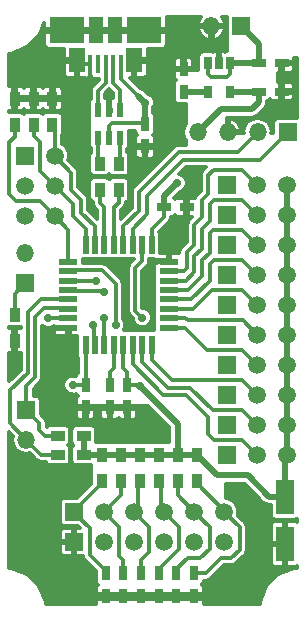
<source format=gbr>
G04 #@! TF.FileFunction,Copper,L1,Top,Signal*
%FSLAX46Y46*%
G04 Gerber Fmt 4.6, Leading zero omitted, Abs format (unit mm)*
G04 Created by KiCad (PCBNEW 4.0.5) date 10/23/17 11:59:44*
%MOMM*%
%LPD*%
G01*
G04 APERTURE LIST*
%ADD10C,0.100000*%
%ADD11R,1.500000X1.500000*%
%ADD12C,1.500000*%
%ADD13R,0.750000X1.200000*%
%ADD14R,1.200000X0.750000*%
%ADD15R,1.500000X3.000000*%
%ADD16R,0.700000X1.100000*%
%ADD17R,0.550000X1.600000*%
%ADD18R,1.600000X0.550000*%
%ADD19R,1.200000X0.900000*%
%ADD20R,0.900000X1.200000*%
%ADD21R,0.600000X1.200000*%
%ADD22O,1.500000X1.500000*%
%ADD23R,0.400000X1.650000*%
%ADD24R,1.400000X2.100000*%
%ADD25R,3.000000X2.200000*%
%ADD26R,1.200000X2.200000*%
%ADD27C,0.700000*%
%ADD28C,0.300000*%
%ADD29C,0.500000*%
%ADD30C,0.750000*%
G04 APERTURE END LIST*
D10*
D11*
X106050000Y-91660000D03*
D12*
X108590000Y-91660000D03*
X111130000Y-91660000D03*
X113670000Y-91660000D03*
X116210000Y-91660000D03*
X118750000Y-91660000D03*
D11*
X119000000Y-63950000D03*
D12*
X121540000Y-63950000D03*
X124080000Y-63950000D03*
D11*
X119000000Y-66490000D03*
D12*
X121540000Y-66490000D03*
X124080000Y-66490000D03*
D11*
X119000000Y-69030000D03*
D12*
X121540000Y-69030000D03*
X124080000Y-69030000D03*
D11*
X119000000Y-71570000D03*
D12*
X121540000Y-71570000D03*
X124080000Y-71570000D03*
D11*
X119000000Y-74110000D03*
D12*
X121540000Y-74110000D03*
X124080000Y-74110000D03*
D11*
X119000000Y-76650000D03*
D12*
X121540000Y-76650000D03*
X124080000Y-76650000D03*
D11*
X119000000Y-79190000D03*
D12*
X121540000Y-79190000D03*
X124080000Y-79190000D03*
D11*
X119000000Y-81730000D03*
D12*
X121540000Y-81730000D03*
X124080000Y-81730000D03*
D11*
X119000000Y-84270000D03*
D12*
X121540000Y-84270000D03*
X124080000Y-84270000D03*
D13*
X109050000Y-80900000D03*
X109050000Y-82800000D03*
D14*
X121700000Y-53650000D03*
X123600000Y-53650000D03*
D13*
X108700000Y-98750000D03*
X108700000Y-96850000D03*
X110200000Y-98750000D03*
X110200000Y-96850000D03*
X111700000Y-98750000D03*
X111700000Y-96850000D03*
X113200000Y-98750000D03*
X113200000Y-96850000D03*
X114700000Y-98750000D03*
X114700000Y-96850000D03*
X116200000Y-98750000D03*
X116200000Y-96850000D03*
X115300000Y-56050000D03*
X115300000Y-54150000D03*
D14*
X121700000Y-56050000D03*
X123600000Y-56050000D03*
D13*
X107000000Y-80900000D03*
X107000000Y-82800000D03*
X110550000Y-80900000D03*
X110550000Y-82800000D03*
D14*
X113650000Y-65850000D03*
X115550000Y-65850000D03*
D15*
X123900000Y-94348980D03*
X123900000Y-90351020D03*
D13*
X112050000Y-58800000D03*
X112050000Y-60700000D03*
D16*
X119250000Y-53650000D03*
X118300000Y-53650000D03*
X117350000Y-53650000D03*
X117350000Y-56050000D03*
X119250000Y-56050000D03*
D17*
X107000000Y-77500000D03*
X107800000Y-77500000D03*
X108600000Y-77500000D03*
X109400000Y-77500000D03*
X110200000Y-77500000D03*
X111000000Y-77500000D03*
X111800000Y-77500000D03*
X112600000Y-77500000D03*
D18*
X114050000Y-76050000D03*
X114050000Y-75250000D03*
X114050000Y-74450000D03*
X114050000Y-73650000D03*
X114050000Y-72850000D03*
X114050000Y-72050000D03*
X114050000Y-71250000D03*
X114050000Y-70450000D03*
D17*
X112600000Y-69000000D03*
X111800000Y-69000000D03*
X111000000Y-69000000D03*
X110200000Y-69000000D03*
X109400000Y-69000000D03*
X108600000Y-69000000D03*
X107800000Y-69000000D03*
X107000000Y-69000000D03*
D18*
X105550000Y-70450000D03*
X105550000Y-71250000D03*
X105550000Y-72050000D03*
X105550000Y-72850000D03*
X105550000Y-73650000D03*
X105550000Y-74450000D03*
X105550000Y-75250000D03*
X105550000Y-76050000D03*
D19*
X106850000Y-86800000D03*
X104650000Y-86800000D03*
X106850000Y-85200000D03*
X104650000Y-85200000D03*
D20*
X101000000Y-74950000D03*
X101000000Y-77150000D03*
X108400000Y-86800000D03*
X108400000Y-89000000D03*
X110000000Y-86800000D03*
X110000000Y-89000000D03*
X111600000Y-86800000D03*
X111600000Y-89000000D03*
X113200000Y-86800000D03*
X113200000Y-89000000D03*
X114800000Y-86800000D03*
X114800000Y-89000000D03*
X116400000Y-86800000D03*
X116400000Y-89000000D03*
X104200000Y-58850000D03*
X104200000Y-56650000D03*
X102600000Y-58850000D03*
X102600000Y-56650000D03*
X101000000Y-58850000D03*
X101000000Y-56650000D03*
X109800000Y-64350000D03*
X109800000Y-62150000D03*
X108200000Y-64350000D03*
X108200000Y-62150000D03*
D21*
X109950000Y-57650000D03*
X109000000Y-57650000D03*
X108050000Y-57650000D03*
X109950000Y-59950000D03*
X109000000Y-59950000D03*
X108050000Y-59950000D03*
D11*
X102000000Y-83000000D03*
D22*
X102000000Y-85540000D03*
D11*
X120200000Y-50500000D03*
D22*
X117660000Y-50500000D03*
D11*
X101850000Y-72300000D03*
D22*
X101850000Y-69760000D03*
D11*
X124100000Y-59500000D03*
D22*
X121560000Y-59500000D03*
X119020000Y-59500000D03*
X116480000Y-59500000D03*
D11*
X119000000Y-86810000D03*
D12*
X121540000Y-86810000D03*
X124080000Y-86810000D03*
D23*
X110000000Y-53700000D03*
X109350000Y-53700000D03*
X108700900Y-53700000D03*
X108050000Y-53700000D03*
X107400000Y-53700000D03*
D24*
X111113000Y-53406500D03*
X106287000Y-53406500D03*
D25*
X111938500Y-50866500D03*
X105461500Y-50866500D03*
D26*
X109525500Y-50866500D03*
X107874500Y-50866500D03*
D11*
X106050000Y-94200000D03*
D12*
X108590000Y-94200000D03*
X111130000Y-94200000D03*
X113670000Y-94200000D03*
X116210000Y-94200000D03*
X118750000Y-94200000D03*
D11*
X101850000Y-61500000D03*
D12*
X104390000Y-61500000D03*
X101850000Y-64040000D03*
X104390000Y-64040000D03*
X101850000Y-66580000D03*
X104390000Y-66580000D03*
D27*
X112050000Y-57000000D03*
X123600000Y-57200000D03*
X120500000Y-98750000D03*
X118750000Y-97000000D03*
X121700000Y-94300000D03*
X112150000Y-71650000D03*
X115000000Y-67500000D03*
X109800000Y-70800000D03*
X107750000Y-66200000D03*
X106300000Y-56700000D03*
X106800000Y-63250000D03*
X106500000Y-58500000D03*
X110250000Y-66200000D03*
X110600000Y-84700000D03*
X112600000Y-84700000D03*
X111800000Y-83050000D03*
X104000000Y-77250000D03*
X104500000Y-79500000D03*
X104750000Y-82750000D03*
X123600000Y-54850000D03*
X114100000Y-58350000D03*
X113400000Y-60700000D03*
X112050000Y-62200000D03*
X115000000Y-50500000D03*
X113500000Y-54000000D03*
X104000000Y-53500000D03*
X101000000Y-53500000D03*
X109000000Y-56400000D03*
X116200000Y-63000000D03*
X101000000Y-79100000D03*
X105750000Y-88750000D03*
X101500000Y-88750000D03*
X101500000Y-94750000D03*
X105500000Y-98750000D03*
X105900000Y-80900000D03*
X111600000Y-81000000D03*
X114750000Y-63800000D03*
X107650000Y-75850000D03*
X108600000Y-75250000D03*
X109550000Y-75850000D03*
X111800000Y-75200000D03*
X107900000Y-72050000D03*
X108600000Y-73050000D03*
X103850000Y-75250000D03*
D28*
X112050000Y-58750000D02*
X109250000Y-58750000D01*
X109000000Y-59000000D02*
X109000000Y-59950000D01*
X109250000Y-58750000D02*
X109000000Y-59000000D01*
D29*
X112050000Y-57000000D02*
X111450000Y-56400000D01*
D28*
X110000000Y-54950000D02*
X111450000Y-56400000D01*
X110000000Y-53700000D02*
X110000000Y-54950000D01*
D29*
X112050000Y-57000000D02*
X112050000Y-58800000D01*
D28*
X119250000Y-53650000D02*
X119250000Y-54600000D01*
X117350000Y-54600000D02*
X117350000Y-53650000D01*
X117600000Y-54850000D02*
X117350000Y-54600000D01*
X119000000Y-54850000D02*
X117600000Y-54850000D01*
X119250000Y-54600000D02*
X119000000Y-54850000D01*
D29*
X121700000Y-53650000D02*
X119250000Y-53650000D01*
X121700000Y-52000000D02*
X121700000Y-53650000D01*
X120200000Y-50500000D02*
X121700000Y-52000000D01*
D28*
X123600000Y-56050000D02*
X123600000Y-57200000D01*
X120500000Y-98750000D02*
X118750000Y-97000000D01*
D30*
X108700000Y-98750000D02*
X107300000Y-98750000D01*
X116200000Y-98750000D02*
X117500000Y-98750000D01*
X114700000Y-98750000D02*
X116200000Y-98750000D01*
X113200000Y-98750000D02*
X114700000Y-98750000D01*
X111700000Y-98750000D02*
X113200000Y-98750000D01*
X110200000Y-98750000D02*
X111700000Y-98750000D01*
X108700000Y-98750000D02*
X110200000Y-98750000D01*
D28*
X120500000Y-98750000D02*
X121700000Y-97550000D01*
X121700000Y-97550000D02*
X121700000Y-94300000D01*
X117500000Y-98750000D02*
X120500000Y-98750000D01*
X115550000Y-65850000D02*
X115550000Y-66750000D01*
X115000000Y-67300000D02*
X115000000Y-67500000D01*
X115550000Y-66750000D02*
X115000000Y-67300000D01*
X106800000Y-64300000D02*
X107250000Y-64750000D01*
X107250000Y-64750000D02*
X107250000Y-65100000D01*
X107250000Y-65100000D02*
X107350000Y-65200000D01*
X107350000Y-65200000D02*
X107350000Y-65800000D01*
X107350000Y-65800000D02*
X107750000Y-66200000D01*
X106300000Y-56700000D02*
X106300000Y-58300000D01*
X106250000Y-56650000D02*
X104200000Y-56650000D01*
X106250000Y-56650000D02*
X106300000Y-56700000D01*
X106300000Y-58300000D02*
X106500000Y-58500000D01*
X106800000Y-63250000D02*
X106800000Y-64300000D01*
X112600000Y-84700000D02*
X112600000Y-83700000D01*
X110550000Y-84650000D02*
X110600000Y-84700000D01*
X110550000Y-82800000D02*
X110550000Y-84650000D01*
X112600000Y-83700000D02*
X111800000Y-83050000D01*
X107000000Y-82800000D02*
X104800000Y-82800000D01*
X104000000Y-79000000D02*
X104000000Y-77250000D01*
X104500000Y-79500000D02*
X104000000Y-79000000D01*
X104800000Y-82800000D02*
X104750000Y-82750000D01*
X123600000Y-56050000D02*
X123600000Y-54850000D01*
X112050000Y-60700000D02*
X113400000Y-60700000D01*
X112050000Y-60700000D02*
X112050000Y-62200000D01*
X114633500Y-50866500D02*
X115000000Y-50500000D01*
X111938500Y-50866500D02*
X114633500Y-50866500D01*
X101000000Y-56650000D02*
X101000000Y-53500000D01*
X106287000Y-53406500D02*
X106580500Y-53700000D01*
X106580500Y-53700000D02*
X107400000Y-53700000D01*
X107400000Y-53700000D02*
X107400000Y-55200000D01*
X109000000Y-57650000D02*
X109000000Y-56400000D01*
X116200000Y-64300000D02*
X116200000Y-63000000D01*
X115550000Y-64950000D02*
X116200000Y-64300000D01*
X115550000Y-65850000D02*
X115550000Y-64950000D01*
X101000000Y-77150000D02*
X101000000Y-79100000D01*
X118300000Y-52400000D02*
X118300000Y-53650000D01*
X117660000Y-51760000D02*
X118300000Y-52400000D01*
X107300000Y-98750000D02*
X105500000Y-98750000D01*
X101500000Y-94750000D02*
X101500000Y-88750000D01*
X117660000Y-50500000D02*
X117660000Y-51760000D01*
D29*
X111600000Y-81000000D02*
X114800000Y-84200000D01*
D28*
X111550000Y-80900000D02*
X111600000Y-81000000D01*
D29*
X123900000Y-90351020D02*
X122551020Y-90351020D01*
X122551020Y-90351020D02*
X120750000Y-88550000D01*
X123900000Y-90351020D02*
X123900000Y-86990000D01*
X123900000Y-86990000D02*
X124080000Y-86810000D01*
X106850000Y-86800000D02*
X106850000Y-85200000D01*
X108400000Y-86800000D02*
X106850000Y-86800000D01*
X124080000Y-84270000D02*
X124080000Y-86810000D01*
X124080000Y-81730000D02*
X124080000Y-84270000D01*
X124080000Y-79190000D02*
X124080000Y-81730000D01*
X124080000Y-76650000D02*
X124080000Y-79190000D01*
X124080000Y-74110000D02*
X124080000Y-76650000D01*
X124080000Y-71570000D02*
X124080000Y-74110000D01*
X124080000Y-69030000D02*
X124080000Y-71570000D01*
X124080000Y-66490000D02*
X124080000Y-69030000D01*
X124080000Y-63950000D02*
X124080000Y-66490000D01*
D28*
X105900000Y-80900000D02*
X107000000Y-80900000D01*
X110550000Y-80900000D02*
X111550000Y-80900000D01*
D29*
X114750000Y-63800000D02*
X113650000Y-64900000D01*
X113650000Y-64900000D02*
X113650000Y-65850000D01*
X116480000Y-59500000D02*
X118430000Y-57550000D01*
X118430000Y-57550000D02*
X121100000Y-57550000D01*
X121100000Y-57550000D02*
X121700000Y-56950000D01*
X121700000Y-56950000D02*
X121700000Y-56050000D01*
X119250000Y-56050000D02*
X121700000Y-56050000D01*
D28*
X113650000Y-65850000D02*
X113650000Y-66650000D01*
X113650000Y-66650000D02*
X112600000Y-67700000D01*
X112600000Y-67700000D02*
X112600000Y-69000000D01*
X107000000Y-77500000D02*
X107000000Y-80900000D01*
X110200000Y-77500000D02*
X110200000Y-79450000D01*
X110550000Y-79800000D02*
X110550000Y-80900000D01*
X110200000Y-79450000D02*
X110550000Y-79800000D01*
D29*
X120750000Y-88550000D02*
X118150000Y-88550000D01*
X110000000Y-86800000D02*
X108400000Y-86800000D01*
X111600000Y-86800000D02*
X110000000Y-86800000D01*
X113200000Y-86800000D02*
X111600000Y-86800000D01*
X114800000Y-86800000D02*
X113200000Y-86800000D01*
X114800000Y-84200000D02*
X114800000Y-86800000D01*
X116400000Y-86800000D02*
X114800000Y-86800000D01*
X118150000Y-88550000D02*
X116350000Y-86750000D01*
X116450000Y-86800000D02*
X116400000Y-86800000D01*
X116400000Y-86800000D02*
X116400000Y-86800000D01*
D28*
X107350000Y-95300000D02*
X108700000Y-96650000D01*
X108700000Y-96650000D02*
X108700000Y-96850000D01*
X107350000Y-93000000D02*
X107350000Y-95300000D01*
X108400000Y-89000000D02*
X108400000Y-89200000D01*
X107750000Y-77500000D02*
X107750000Y-75950000D01*
X107750000Y-75950000D02*
X107650000Y-75850000D01*
X106050000Y-91660000D02*
X106050000Y-91700000D01*
X106050000Y-91700000D02*
X107350000Y-93000000D01*
X108400000Y-89200000D02*
X106050000Y-91550000D01*
X106050000Y-91550000D02*
X106050000Y-91660000D01*
X110200000Y-95750000D02*
X110200000Y-96850000D01*
X109850000Y-95400000D02*
X110200000Y-95750000D01*
X109850000Y-92920000D02*
X109850000Y-95400000D01*
X110000000Y-89000000D02*
X110000000Y-90250000D01*
X108600000Y-77500000D02*
X108600000Y-75250000D01*
X108590000Y-91660000D02*
X109850000Y-92920000D01*
X110000000Y-90250000D02*
X108590000Y-91660000D01*
X111700000Y-95750000D02*
X111700000Y-96850000D01*
X112400000Y-95050000D02*
X111700000Y-95750000D01*
X112400000Y-92930000D02*
X112400000Y-95050000D01*
X108400000Y-71200000D02*
X105550000Y-71200000D01*
X109550000Y-72350000D02*
X108400000Y-71200000D01*
X109550000Y-75850000D02*
X109550000Y-72350000D01*
X111130000Y-91660000D02*
X112400000Y-92930000D01*
X111450000Y-91340000D02*
X111130000Y-91660000D01*
X111450000Y-89100000D02*
X111450000Y-91340000D01*
X111800000Y-70400000D02*
X111200000Y-71000000D01*
X111200000Y-74600000D02*
X111800000Y-75200000D01*
X111200000Y-71000000D02*
X111200000Y-74600000D01*
X114950000Y-94750000D02*
X113200000Y-96500000D01*
X113200000Y-96500000D02*
X113200000Y-96850000D01*
X113200000Y-96600000D02*
X113200000Y-96850000D01*
X114950000Y-92940000D02*
X114950000Y-94750000D01*
X113350000Y-89100000D02*
X113350000Y-91340000D01*
X111800000Y-69000000D02*
X111800000Y-70400000D01*
X113670000Y-91660000D02*
X114950000Y-92940000D01*
X113350000Y-91340000D02*
X113670000Y-91660000D01*
X114700000Y-96500000D02*
X114700000Y-96850000D01*
X115650000Y-95550000D02*
X114700000Y-96500000D01*
X116700000Y-95550000D02*
X115650000Y-95550000D01*
X117500000Y-94750000D02*
X116700000Y-95550000D01*
X117500000Y-92950000D02*
X117500000Y-94750000D01*
X114800000Y-89000000D02*
X114800000Y-90250000D01*
X105550000Y-72050000D02*
X107900000Y-72050000D01*
X116210000Y-91660000D02*
X117500000Y-92950000D01*
X114800000Y-90250000D02*
X116210000Y-91660000D01*
X117200000Y-96850000D02*
X116200000Y-96850000D01*
X118500000Y-95550000D02*
X117200000Y-96850000D01*
X119350000Y-95550000D02*
X118500000Y-95550000D01*
X120050000Y-94850000D02*
X119350000Y-95550000D01*
X120050000Y-92960000D02*
X120050000Y-94850000D01*
X116400000Y-89000000D02*
X116400000Y-89200000D01*
X116400000Y-89200000D02*
X118750000Y-91550000D01*
X108450000Y-72900000D02*
X105600000Y-72900000D01*
X108600000Y-73050000D02*
X108450000Y-72900000D01*
X105600000Y-72900000D02*
X105550000Y-72850000D01*
X118750000Y-91660000D02*
X120050000Y-92960000D01*
X118750000Y-91550000D02*
X118750000Y-91660000D01*
X109400000Y-77500000D02*
X109400000Y-79450000D01*
X109050000Y-79800000D02*
X109050000Y-80900000D01*
X109400000Y-79450000D02*
X109050000Y-79800000D01*
X111000000Y-77500000D02*
X111000000Y-79150000D01*
X111000000Y-79150000D02*
X113600000Y-81750000D01*
X115500000Y-81750000D02*
X113600000Y-81750000D01*
X117850000Y-85550000D02*
X120280000Y-85550000D01*
X117850000Y-85550000D02*
X117350000Y-85050000D01*
X117350000Y-85050000D02*
X117350000Y-83600000D01*
X117350000Y-83600000D02*
X115500000Y-81750000D01*
X120280000Y-85550000D02*
X121540000Y-86810000D01*
X113975000Y-81125000D02*
X115875000Y-81125000D01*
X111800000Y-77500000D02*
X111800000Y-78950000D01*
X111800000Y-78950000D02*
X113975000Y-81125000D01*
X115875000Y-81125000D02*
X117750000Y-83000000D01*
X117750000Y-83000000D02*
X120270000Y-83000000D01*
X120270000Y-83000000D02*
X121540000Y-84270000D01*
X112600000Y-77500000D02*
X112600000Y-78750000D01*
X112600000Y-78750000D02*
X114300000Y-80450000D01*
X114300000Y-80450000D02*
X120260000Y-80450000D01*
X120260000Y-80450000D02*
X121540000Y-81730000D01*
X114050000Y-76050000D02*
X115400000Y-76050000D01*
X115400000Y-76050000D02*
X117250000Y-77900000D01*
X117250000Y-77900000D02*
X120250000Y-77900000D01*
X120250000Y-77900000D02*
X121540000Y-79190000D01*
X114050000Y-75200000D02*
X115450000Y-75200000D01*
X115450000Y-75200000D02*
X115650000Y-75400000D01*
X115650000Y-75400000D02*
X120290000Y-75400000D01*
X120290000Y-75400000D02*
X121540000Y-76650000D01*
X120280000Y-72850000D02*
X121540000Y-74110000D01*
X117700000Y-72850000D02*
X120280000Y-72850000D01*
X116100000Y-74450000D02*
X117700000Y-72850000D01*
X114050000Y-74450000D02*
X116100000Y-74450000D01*
X120270000Y-70300000D02*
X121540000Y-71570000D01*
X117850000Y-70300000D02*
X120270000Y-70300000D01*
X117500000Y-70650000D02*
X117850000Y-70300000D01*
X117500000Y-72050000D02*
X117500000Y-70650000D01*
X115900000Y-73650000D02*
X117500000Y-72050000D01*
X114050000Y-73650000D02*
X115900000Y-73650000D01*
X117500000Y-69700000D02*
X117500000Y-68050000D01*
X120260000Y-67750000D02*
X121540000Y-69030000D01*
X117800000Y-67750000D02*
X120260000Y-67750000D01*
X117500000Y-68050000D02*
X117800000Y-67750000D01*
X116850000Y-70350000D02*
X117500000Y-69700000D01*
X116850000Y-71700000D02*
X116850000Y-70350000D01*
X115700000Y-72850000D02*
X116850000Y-71700000D01*
X114050000Y-72850000D02*
X115700000Y-72850000D01*
X117500000Y-67050000D02*
X117500000Y-65550000D01*
X116850000Y-67700000D02*
X117500000Y-67050000D01*
X120250000Y-65200000D02*
X121540000Y-66490000D01*
X117850000Y-65200000D02*
X120250000Y-65200000D01*
X117500000Y-65550000D02*
X117850000Y-65200000D01*
X116200000Y-71350000D02*
X116200000Y-70000000D01*
X115500000Y-72050000D02*
X116200000Y-71350000D01*
X114050000Y-72050000D02*
X115500000Y-72050000D01*
X116850000Y-69350000D02*
X116850000Y-67700000D01*
X116200000Y-70000000D02*
X116850000Y-69350000D01*
X117350000Y-64750000D02*
X117350000Y-63150000D01*
X120240000Y-62650000D02*
X121540000Y-63950000D01*
X117850000Y-62650000D02*
X120240000Y-62650000D01*
X117350000Y-63150000D02*
X117850000Y-62650000D01*
X116850000Y-66700000D02*
X116850000Y-65250000D01*
X116200000Y-67350000D02*
X116850000Y-66700000D01*
X116850000Y-65250000D02*
X117350000Y-64750000D01*
X115550000Y-71000000D02*
X115550000Y-69650000D01*
X115300000Y-71250000D02*
X115550000Y-71000000D01*
X114050000Y-71250000D02*
X115300000Y-71250000D01*
X116200000Y-69000000D02*
X116200000Y-67350000D01*
X115550000Y-69650000D02*
X116200000Y-69000000D01*
X121750000Y-61850000D02*
X124100000Y-59500000D01*
X115250000Y-61850000D02*
X121750000Y-61850000D01*
X112200000Y-64900000D02*
X115250000Y-61850000D01*
X112200000Y-66450000D02*
X112200000Y-64900000D01*
X111000000Y-67650000D02*
X112200000Y-66450000D01*
X111000000Y-69000000D02*
X111000000Y-67650000D01*
X121560000Y-59500000D02*
X119910000Y-61150000D01*
X119910000Y-61150000D02*
X114900000Y-61150000D01*
X114900000Y-61150000D02*
X111500000Y-64550000D01*
X111500000Y-64550000D02*
X111500000Y-66150000D01*
X111500000Y-66150000D02*
X110200000Y-67450000D01*
X110200000Y-67450000D02*
X110200000Y-69000000D01*
X109800000Y-64350000D02*
X109800000Y-65450000D01*
X109400000Y-65850000D02*
X109400000Y-69000000D01*
X109800000Y-65450000D02*
X109400000Y-65850000D01*
X108600000Y-69000000D02*
X108600000Y-65850000D01*
X108200000Y-65450000D02*
X108200000Y-64350000D01*
X108600000Y-65850000D02*
X108200000Y-65450000D01*
X107800000Y-69000000D02*
X107800000Y-67450000D01*
X106650000Y-65250000D02*
X105800000Y-64400000D01*
X105800000Y-64400000D02*
X105800000Y-62910000D01*
X105800000Y-62910000D02*
X104390000Y-61500000D01*
X106650000Y-66300000D02*
X106650000Y-65250000D01*
X107800000Y-67450000D02*
X106650000Y-66300000D01*
X104390000Y-61500000D02*
X104390000Y-59040000D01*
X104390000Y-59040000D02*
X104200000Y-58850000D01*
X107000000Y-69000000D02*
X107000000Y-67650000D01*
X107000000Y-67650000D02*
X105950000Y-66600000D01*
X104390000Y-64040000D02*
X103150000Y-62800000D01*
X102600000Y-59800000D02*
X102600000Y-58850000D01*
X103150000Y-60350000D02*
X102600000Y-59800000D01*
X103150000Y-62800000D02*
X103150000Y-60350000D01*
X105950000Y-65600000D02*
X104390000Y-64040000D01*
X105950000Y-66600000D02*
X105950000Y-65600000D01*
X104390000Y-66580000D02*
X103110000Y-65300000D01*
X101150000Y-65300000D02*
X100550000Y-64700000D01*
X103110000Y-65300000D02*
X101150000Y-65300000D01*
X105550000Y-70450000D02*
X105550000Y-67740000D01*
X105550000Y-67740000D02*
X104390000Y-66580000D01*
X101000000Y-58850000D02*
X101000000Y-59900000D01*
X100550000Y-60350000D02*
X100550000Y-64700000D01*
X101000000Y-59900000D02*
X100550000Y-60350000D01*
X101000000Y-58850000D02*
X101000000Y-59000000D01*
X102000000Y-85540000D02*
X103260000Y-86800000D01*
X103260000Y-86800000D02*
X104650000Y-86800000D01*
X105550000Y-73650000D02*
X103200000Y-73650000D01*
X100600000Y-84140000D02*
X102000000Y-85540000D01*
X100600000Y-81350000D02*
X100600000Y-84140000D01*
X102100000Y-79850000D02*
X100600000Y-81350000D01*
X102100000Y-74750000D02*
X102100000Y-79850000D01*
X103200000Y-73650000D02*
X102100000Y-74750000D01*
X102000000Y-83000000D02*
X103100000Y-84100000D01*
X103100000Y-84100000D02*
X103100000Y-84700000D01*
X103100000Y-84700000D02*
X103600000Y-85200000D01*
X103600000Y-85200000D02*
X104650000Y-85200000D01*
X102000000Y-83000000D02*
X102300000Y-83000000D01*
X104500000Y-85200000D02*
X104650000Y-85200000D01*
X105550000Y-74400000D02*
X103450000Y-74400000D01*
X102000000Y-80950000D02*
X102000000Y-83000000D01*
X102750000Y-80200000D02*
X102000000Y-80950000D01*
X102750000Y-75100000D02*
X102750000Y-80200000D01*
X103450000Y-74400000D02*
X102750000Y-75100000D01*
X101000000Y-73150000D02*
X101850000Y-72300000D01*
X103850000Y-75250000D02*
X105550000Y-75250000D01*
X101000000Y-74950000D02*
X101000000Y-73150000D01*
X109950000Y-59950000D02*
X109950000Y-62000000D01*
X109950000Y-62000000D02*
X109800000Y-62150000D01*
X108050000Y-59950000D02*
X108050000Y-62000000D01*
X108050000Y-62000000D02*
X108200000Y-62150000D01*
X109350000Y-53700000D02*
X109350000Y-55350000D01*
X109950000Y-55950000D02*
X109950000Y-57650000D01*
X109350000Y-55350000D02*
X109950000Y-55950000D01*
X108700900Y-53700000D02*
X108700900Y-55349100D01*
X108050000Y-56000000D02*
X108050000Y-57650000D01*
X108700900Y-55349100D02*
X108050000Y-56000000D01*
D29*
X115300000Y-56050000D02*
X117350000Y-56050000D01*
D28*
G36*
X103396245Y-75927812D02*
X103690172Y-76049861D01*
X104008432Y-76050139D01*
X104302572Y-75928603D01*
X104346876Y-75884376D01*
X104412500Y-75950000D01*
X104583011Y-75950000D01*
X104750000Y-75983816D01*
X105670000Y-75983816D01*
X105670000Y-76150000D01*
X105650000Y-76150000D01*
X105650000Y-76662500D01*
X105762500Y-76775000D01*
X106266184Y-76775000D01*
X106266184Y-78300000D01*
X106297562Y-78466760D01*
X106396117Y-78619919D01*
X106400000Y-78622572D01*
X106400000Y-79910038D01*
X106305081Y-79971117D01*
X106202332Y-80121495D01*
X106195268Y-80156379D01*
X106059828Y-80100139D01*
X105741568Y-80099861D01*
X105447428Y-80221397D01*
X105222188Y-80446245D01*
X105100139Y-80740172D01*
X105099861Y-81058432D01*
X105221397Y-81352572D01*
X105446245Y-81577812D01*
X105740172Y-81699861D01*
X106058432Y-81700139D01*
X106193353Y-81644391D01*
X106197562Y-81666760D01*
X106296117Y-81819919D01*
X106339228Y-81849376D01*
X106243509Y-81945095D01*
X106175000Y-82110489D01*
X106175000Y-82587500D01*
X106287500Y-82700000D01*
X106900000Y-82700000D01*
X106900000Y-82680000D01*
X107100000Y-82680000D01*
X107100000Y-82700000D01*
X112310050Y-82700000D01*
X114100000Y-84489949D01*
X114100000Y-85700000D01*
X107898691Y-85700000D01*
X107908816Y-85650000D01*
X107908816Y-84750000D01*
X107877438Y-84583240D01*
X107778883Y-84430081D01*
X107628505Y-84327332D01*
X107450000Y-84291184D01*
X106250000Y-84291184D01*
X106083240Y-84322562D01*
X105930081Y-84421117D01*
X105827332Y-84571495D01*
X105791184Y-84750000D01*
X105791184Y-85650000D01*
X105822562Y-85816760D01*
X105921117Y-85969919D01*
X105964054Y-85999256D01*
X105930081Y-86021117D01*
X105827332Y-86171495D01*
X105791184Y-86350000D01*
X105791184Y-87250000D01*
X105822562Y-87416760D01*
X105921117Y-87569919D01*
X106071495Y-87672668D01*
X106250000Y-87708816D01*
X107450000Y-87708816D01*
X107500000Y-87699408D01*
X107500000Y-88356465D01*
X107491184Y-88400000D01*
X107491184Y-89260288D01*
X106300288Y-90451184D01*
X105300000Y-90451184D01*
X105133240Y-90482562D01*
X104980081Y-90581117D01*
X104877332Y-90731495D01*
X104841184Y-90910000D01*
X104841184Y-92410000D01*
X104872562Y-92576760D01*
X104971117Y-92729919D01*
X105121495Y-92832668D01*
X105300000Y-92868816D01*
X106370288Y-92868816D01*
X106501472Y-93000000D01*
X106262500Y-93000000D01*
X106150000Y-93112500D01*
X106150000Y-94100000D01*
X106170000Y-94100000D01*
X106170000Y-94300000D01*
X106150000Y-94300000D01*
X106150000Y-95287500D01*
X106262500Y-95400000D01*
X106769891Y-95400000D01*
X106795672Y-95529610D01*
X106925736Y-95724264D01*
X107866184Y-96664712D01*
X107866184Y-97450000D01*
X107897562Y-97616760D01*
X107996117Y-97769919D01*
X108039228Y-97799376D01*
X107943509Y-97895095D01*
X107875000Y-98060489D01*
X107875000Y-98537500D01*
X107987500Y-98650000D01*
X108600000Y-98650000D01*
X108600000Y-98630000D01*
X108800000Y-98630000D01*
X108800000Y-98650000D01*
X109412500Y-98650000D01*
X109450000Y-98612500D01*
X109487500Y-98650000D01*
X110100000Y-98650000D01*
X110100000Y-98630000D01*
X110300000Y-98630000D01*
X110300000Y-98650000D01*
X110912500Y-98650000D01*
X110950000Y-98612500D01*
X110987500Y-98650000D01*
X111600000Y-98650000D01*
X111600000Y-98630000D01*
X111800000Y-98630000D01*
X111800000Y-98650000D01*
X112412500Y-98650000D01*
X112450000Y-98612500D01*
X112487500Y-98650000D01*
X113100000Y-98650000D01*
X113100000Y-98630000D01*
X113300000Y-98630000D01*
X113300000Y-98650000D01*
X113912500Y-98650000D01*
X113950000Y-98612500D01*
X113987500Y-98650000D01*
X114600000Y-98650000D01*
X114600000Y-98630000D01*
X114800000Y-98630000D01*
X114800000Y-98650000D01*
X115412500Y-98650000D01*
X115450000Y-98612500D01*
X115487500Y-98650000D01*
X116100000Y-98650000D01*
X116100000Y-98630000D01*
X116300000Y-98630000D01*
X116300000Y-98650000D01*
X116912500Y-98650000D01*
X117025000Y-98537500D01*
X117025000Y-98060489D01*
X116956491Y-97895095D01*
X116861673Y-97800277D01*
X116894919Y-97778883D01*
X116997668Y-97628505D01*
X117033816Y-97450000D01*
X117200000Y-97450000D01*
X117429610Y-97404328D01*
X117624264Y-97274264D01*
X118748528Y-96150000D01*
X119350000Y-96150000D01*
X119579610Y-96104328D01*
X119774264Y-95974264D01*
X120474264Y-95274264D01*
X120604328Y-95079611D01*
X120650000Y-94850000D01*
X120650000Y-94561480D01*
X122700000Y-94561480D01*
X122700000Y-95938491D01*
X122768509Y-96103885D01*
X122895096Y-96230472D01*
X123060490Y-96298980D01*
X123687500Y-96298980D01*
X123800000Y-96186480D01*
X123800000Y-94448980D01*
X122812500Y-94448980D01*
X122700000Y-94561480D01*
X120650000Y-94561480D01*
X120650000Y-92960000D01*
X120610113Y-92759469D01*
X122700000Y-92759469D01*
X122700000Y-94136480D01*
X122812500Y-94248980D01*
X123800000Y-94248980D01*
X123800000Y-92511480D01*
X123687500Y-92398980D01*
X123060490Y-92398980D01*
X122895096Y-92467488D01*
X122768509Y-92594075D01*
X122700000Y-92759469D01*
X120610113Y-92759469D01*
X120604328Y-92730390D01*
X120474264Y-92535736D01*
X119917070Y-91978542D01*
X119949791Y-91899742D01*
X119950207Y-91422353D01*
X119767903Y-90981143D01*
X119430633Y-90643283D01*
X118989742Y-90460209D01*
X118900000Y-90460131D01*
X118900000Y-89250000D01*
X120460050Y-89250000D01*
X122056045Y-90845995D01*
X122283141Y-90997736D01*
X122551020Y-91051020D01*
X122691184Y-91051020D01*
X122691184Y-91851020D01*
X122722562Y-92017780D01*
X122821117Y-92170939D01*
X122971495Y-92273688D01*
X123150000Y-92309836D01*
X124650000Y-92309836D01*
X124816760Y-92278458D01*
X124875000Y-92240982D01*
X124875000Y-92455101D01*
X124739510Y-92398980D01*
X124112500Y-92398980D01*
X124000000Y-92511480D01*
X124000000Y-94248980D01*
X124020000Y-94248980D01*
X124020000Y-94448980D01*
X124000000Y-94448980D01*
X124000000Y-96186480D01*
X124112500Y-96298980D01*
X124739510Y-96298980D01*
X124875000Y-96242859D01*
X124875000Y-96349541D01*
X124677155Y-96349368D01*
X123335142Y-96903876D01*
X122307485Y-97929741D01*
X121750635Y-99270785D01*
X121750457Y-99475000D01*
X117010300Y-99475000D01*
X117025000Y-99439511D01*
X117025000Y-98962500D01*
X116912500Y-98850000D01*
X116300000Y-98850000D01*
X116300000Y-98870000D01*
X116100000Y-98870000D01*
X116100000Y-98850000D01*
X115487500Y-98850000D01*
X115450000Y-98887500D01*
X115412500Y-98850000D01*
X114800000Y-98850000D01*
X114800000Y-98870000D01*
X114600000Y-98870000D01*
X114600000Y-98850000D01*
X113987500Y-98850000D01*
X113950000Y-98887500D01*
X113912500Y-98850000D01*
X113300000Y-98850000D01*
X113300000Y-98870000D01*
X113100000Y-98870000D01*
X113100000Y-98850000D01*
X112487500Y-98850000D01*
X112450000Y-98887500D01*
X112412500Y-98850000D01*
X111800000Y-98850000D01*
X111800000Y-98870000D01*
X111600000Y-98870000D01*
X111600000Y-98850000D01*
X110987500Y-98850000D01*
X110950000Y-98887500D01*
X110912500Y-98850000D01*
X110300000Y-98850000D01*
X110300000Y-98870000D01*
X110100000Y-98870000D01*
X110100000Y-98850000D01*
X109487500Y-98850000D01*
X109450000Y-98887500D01*
X109412500Y-98850000D01*
X108800000Y-98850000D01*
X108800000Y-98870000D01*
X108600000Y-98870000D01*
X108600000Y-98850000D01*
X107987500Y-98850000D01*
X107875000Y-98962500D01*
X107875000Y-99439511D01*
X107889700Y-99475000D01*
X103650459Y-99475000D01*
X103650632Y-99277155D01*
X103096124Y-97935142D01*
X102070259Y-96907485D01*
X100729215Y-96350635D01*
X100525000Y-96350457D01*
X100525000Y-94412500D01*
X104850000Y-94412500D01*
X104850000Y-95039511D01*
X104918509Y-95204905D01*
X105045096Y-95331492D01*
X105210490Y-95400000D01*
X105837500Y-95400000D01*
X105950000Y-95287500D01*
X105950000Y-94300000D01*
X104962500Y-94300000D01*
X104850000Y-94412500D01*
X100525000Y-94412500D01*
X100525000Y-93360489D01*
X104850000Y-93360489D01*
X104850000Y-93987500D01*
X104962500Y-94100000D01*
X105950000Y-94100000D01*
X105950000Y-93112500D01*
X105837500Y-93000000D01*
X105210490Y-93000000D01*
X105045096Y-93068508D01*
X104918509Y-93195095D01*
X104850000Y-93360489D01*
X100525000Y-93360489D01*
X100525000Y-84913528D01*
X100838705Y-85227233D01*
X100776491Y-85540000D01*
X100867836Y-85999220D01*
X101127963Y-86388528D01*
X101517271Y-86648655D01*
X101976491Y-86740000D01*
X102023509Y-86740000D01*
X102297059Y-86685587D01*
X102835736Y-87224264D01*
X103030390Y-87354328D01*
X103260000Y-87400000D01*
X103619408Y-87400000D01*
X103622562Y-87416760D01*
X103721117Y-87569919D01*
X103871495Y-87672668D01*
X104050000Y-87708816D01*
X105250000Y-87708816D01*
X105416760Y-87677438D01*
X105569919Y-87578883D01*
X105672668Y-87428505D01*
X105708816Y-87250000D01*
X105708816Y-86350000D01*
X105677438Y-86183240D01*
X105578883Y-86030081D01*
X105535946Y-86000744D01*
X105569919Y-85978883D01*
X105672668Y-85828505D01*
X105708816Y-85650000D01*
X105708816Y-84750000D01*
X105677438Y-84583240D01*
X105578883Y-84430081D01*
X105428505Y-84327332D01*
X105250000Y-84291184D01*
X104050000Y-84291184D01*
X103883240Y-84322562D01*
X103730081Y-84421117D01*
X103705549Y-84457021D01*
X103700000Y-84451472D01*
X103700000Y-84100000D01*
X103654328Y-83870390D01*
X103524264Y-83675736D01*
X103208816Y-83360288D01*
X103208816Y-83012500D01*
X106175000Y-83012500D01*
X106175000Y-83489511D01*
X106243509Y-83654905D01*
X106370096Y-83781492D01*
X106535490Y-83850000D01*
X106787500Y-83850000D01*
X106900000Y-83737500D01*
X106900000Y-82900000D01*
X107100000Y-82900000D01*
X107100000Y-83737500D01*
X107212500Y-83850000D01*
X107464510Y-83850000D01*
X107629904Y-83781492D01*
X107756491Y-83654905D01*
X107825000Y-83489511D01*
X107825000Y-83012500D01*
X108225000Y-83012500D01*
X108225000Y-83489511D01*
X108293509Y-83654905D01*
X108420096Y-83781492D01*
X108585490Y-83850000D01*
X108837500Y-83850000D01*
X108950000Y-83737500D01*
X108950000Y-82900000D01*
X109150000Y-82900000D01*
X109150000Y-83737500D01*
X109262500Y-83850000D01*
X109514510Y-83850000D01*
X109679904Y-83781492D01*
X109800000Y-83661396D01*
X109920096Y-83781492D01*
X110085490Y-83850000D01*
X110337500Y-83850000D01*
X110450000Y-83737500D01*
X110450000Y-82900000D01*
X110650000Y-82900000D01*
X110650000Y-83737500D01*
X110762500Y-83850000D01*
X111014510Y-83850000D01*
X111179904Y-83781492D01*
X111306491Y-83654905D01*
X111375000Y-83489511D01*
X111375000Y-83012500D01*
X111262500Y-82900000D01*
X110650000Y-82900000D01*
X110450000Y-82900000D01*
X109837500Y-82900000D01*
X109800000Y-82937500D01*
X109762500Y-82900000D01*
X109150000Y-82900000D01*
X108950000Y-82900000D01*
X108337500Y-82900000D01*
X108225000Y-83012500D01*
X107825000Y-83012500D01*
X107712500Y-82900000D01*
X107100000Y-82900000D01*
X106900000Y-82900000D01*
X106287500Y-82900000D01*
X106175000Y-83012500D01*
X103208816Y-83012500D01*
X103208816Y-82250000D01*
X103177438Y-82083240D01*
X103078883Y-81930081D01*
X102928505Y-81827332D01*
X102750000Y-81791184D01*
X102600000Y-81791184D01*
X102600000Y-81198528D01*
X103174264Y-80624264D01*
X103304328Y-80429610D01*
X103350000Y-80200000D01*
X103350000Y-76262500D01*
X104300000Y-76262500D01*
X104300000Y-76414510D01*
X104368508Y-76579904D01*
X104495095Y-76706491D01*
X104660489Y-76775000D01*
X105337500Y-76775000D01*
X105450000Y-76662500D01*
X105450000Y-76150000D01*
X104412500Y-76150000D01*
X104300000Y-76262500D01*
X103350000Y-76262500D01*
X103350000Y-75881486D01*
X103396245Y-75927812D01*
X103396245Y-75927812D01*
G37*
X103396245Y-75927812D02*
X103690172Y-76049861D01*
X104008432Y-76050139D01*
X104302572Y-75928603D01*
X104346876Y-75884376D01*
X104412500Y-75950000D01*
X104583011Y-75950000D01*
X104750000Y-75983816D01*
X105670000Y-75983816D01*
X105670000Y-76150000D01*
X105650000Y-76150000D01*
X105650000Y-76662500D01*
X105762500Y-76775000D01*
X106266184Y-76775000D01*
X106266184Y-78300000D01*
X106297562Y-78466760D01*
X106396117Y-78619919D01*
X106400000Y-78622572D01*
X106400000Y-79910038D01*
X106305081Y-79971117D01*
X106202332Y-80121495D01*
X106195268Y-80156379D01*
X106059828Y-80100139D01*
X105741568Y-80099861D01*
X105447428Y-80221397D01*
X105222188Y-80446245D01*
X105100139Y-80740172D01*
X105099861Y-81058432D01*
X105221397Y-81352572D01*
X105446245Y-81577812D01*
X105740172Y-81699861D01*
X106058432Y-81700139D01*
X106193353Y-81644391D01*
X106197562Y-81666760D01*
X106296117Y-81819919D01*
X106339228Y-81849376D01*
X106243509Y-81945095D01*
X106175000Y-82110489D01*
X106175000Y-82587500D01*
X106287500Y-82700000D01*
X106900000Y-82700000D01*
X106900000Y-82680000D01*
X107100000Y-82680000D01*
X107100000Y-82700000D01*
X112310050Y-82700000D01*
X114100000Y-84489949D01*
X114100000Y-85700000D01*
X107898691Y-85700000D01*
X107908816Y-85650000D01*
X107908816Y-84750000D01*
X107877438Y-84583240D01*
X107778883Y-84430081D01*
X107628505Y-84327332D01*
X107450000Y-84291184D01*
X106250000Y-84291184D01*
X106083240Y-84322562D01*
X105930081Y-84421117D01*
X105827332Y-84571495D01*
X105791184Y-84750000D01*
X105791184Y-85650000D01*
X105822562Y-85816760D01*
X105921117Y-85969919D01*
X105964054Y-85999256D01*
X105930081Y-86021117D01*
X105827332Y-86171495D01*
X105791184Y-86350000D01*
X105791184Y-87250000D01*
X105822562Y-87416760D01*
X105921117Y-87569919D01*
X106071495Y-87672668D01*
X106250000Y-87708816D01*
X107450000Y-87708816D01*
X107500000Y-87699408D01*
X107500000Y-88356465D01*
X107491184Y-88400000D01*
X107491184Y-89260288D01*
X106300288Y-90451184D01*
X105300000Y-90451184D01*
X105133240Y-90482562D01*
X104980081Y-90581117D01*
X104877332Y-90731495D01*
X104841184Y-90910000D01*
X104841184Y-92410000D01*
X104872562Y-92576760D01*
X104971117Y-92729919D01*
X105121495Y-92832668D01*
X105300000Y-92868816D01*
X106370288Y-92868816D01*
X106501472Y-93000000D01*
X106262500Y-93000000D01*
X106150000Y-93112500D01*
X106150000Y-94100000D01*
X106170000Y-94100000D01*
X106170000Y-94300000D01*
X106150000Y-94300000D01*
X106150000Y-95287500D01*
X106262500Y-95400000D01*
X106769891Y-95400000D01*
X106795672Y-95529610D01*
X106925736Y-95724264D01*
X107866184Y-96664712D01*
X107866184Y-97450000D01*
X107897562Y-97616760D01*
X107996117Y-97769919D01*
X108039228Y-97799376D01*
X107943509Y-97895095D01*
X107875000Y-98060489D01*
X107875000Y-98537500D01*
X107987500Y-98650000D01*
X108600000Y-98650000D01*
X108600000Y-98630000D01*
X108800000Y-98630000D01*
X108800000Y-98650000D01*
X109412500Y-98650000D01*
X109450000Y-98612500D01*
X109487500Y-98650000D01*
X110100000Y-98650000D01*
X110100000Y-98630000D01*
X110300000Y-98630000D01*
X110300000Y-98650000D01*
X110912500Y-98650000D01*
X110950000Y-98612500D01*
X110987500Y-98650000D01*
X111600000Y-98650000D01*
X111600000Y-98630000D01*
X111800000Y-98630000D01*
X111800000Y-98650000D01*
X112412500Y-98650000D01*
X112450000Y-98612500D01*
X112487500Y-98650000D01*
X113100000Y-98650000D01*
X113100000Y-98630000D01*
X113300000Y-98630000D01*
X113300000Y-98650000D01*
X113912500Y-98650000D01*
X113950000Y-98612500D01*
X113987500Y-98650000D01*
X114600000Y-98650000D01*
X114600000Y-98630000D01*
X114800000Y-98630000D01*
X114800000Y-98650000D01*
X115412500Y-98650000D01*
X115450000Y-98612500D01*
X115487500Y-98650000D01*
X116100000Y-98650000D01*
X116100000Y-98630000D01*
X116300000Y-98630000D01*
X116300000Y-98650000D01*
X116912500Y-98650000D01*
X117025000Y-98537500D01*
X117025000Y-98060489D01*
X116956491Y-97895095D01*
X116861673Y-97800277D01*
X116894919Y-97778883D01*
X116997668Y-97628505D01*
X117033816Y-97450000D01*
X117200000Y-97450000D01*
X117429610Y-97404328D01*
X117624264Y-97274264D01*
X118748528Y-96150000D01*
X119350000Y-96150000D01*
X119579610Y-96104328D01*
X119774264Y-95974264D01*
X120474264Y-95274264D01*
X120604328Y-95079611D01*
X120650000Y-94850000D01*
X120650000Y-94561480D01*
X122700000Y-94561480D01*
X122700000Y-95938491D01*
X122768509Y-96103885D01*
X122895096Y-96230472D01*
X123060490Y-96298980D01*
X123687500Y-96298980D01*
X123800000Y-96186480D01*
X123800000Y-94448980D01*
X122812500Y-94448980D01*
X122700000Y-94561480D01*
X120650000Y-94561480D01*
X120650000Y-92960000D01*
X120610113Y-92759469D01*
X122700000Y-92759469D01*
X122700000Y-94136480D01*
X122812500Y-94248980D01*
X123800000Y-94248980D01*
X123800000Y-92511480D01*
X123687500Y-92398980D01*
X123060490Y-92398980D01*
X122895096Y-92467488D01*
X122768509Y-92594075D01*
X122700000Y-92759469D01*
X120610113Y-92759469D01*
X120604328Y-92730390D01*
X120474264Y-92535736D01*
X119917070Y-91978542D01*
X119949791Y-91899742D01*
X119950207Y-91422353D01*
X119767903Y-90981143D01*
X119430633Y-90643283D01*
X118989742Y-90460209D01*
X118900000Y-90460131D01*
X118900000Y-89250000D01*
X120460050Y-89250000D01*
X122056045Y-90845995D01*
X122283141Y-90997736D01*
X122551020Y-91051020D01*
X122691184Y-91051020D01*
X122691184Y-91851020D01*
X122722562Y-92017780D01*
X122821117Y-92170939D01*
X122971495Y-92273688D01*
X123150000Y-92309836D01*
X124650000Y-92309836D01*
X124816760Y-92278458D01*
X124875000Y-92240982D01*
X124875000Y-92455101D01*
X124739510Y-92398980D01*
X124112500Y-92398980D01*
X124000000Y-92511480D01*
X124000000Y-94248980D01*
X124020000Y-94248980D01*
X124020000Y-94448980D01*
X124000000Y-94448980D01*
X124000000Y-96186480D01*
X124112500Y-96298980D01*
X124739510Y-96298980D01*
X124875000Y-96242859D01*
X124875000Y-96349541D01*
X124677155Y-96349368D01*
X123335142Y-96903876D01*
X122307485Y-97929741D01*
X121750635Y-99270785D01*
X121750457Y-99475000D01*
X117010300Y-99475000D01*
X117025000Y-99439511D01*
X117025000Y-98962500D01*
X116912500Y-98850000D01*
X116300000Y-98850000D01*
X116300000Y-98870000D01*
X116100000Y-98870000D01*
X116100000Y-98850000D01*
X115487500Y-98850000D01*
X115450000Y-98887500D01*
X115412500Y-98850000D01*
X114800000Y-98850000D01*
X114800000Y-98870000D01*
X114600000Y-98870000D01*
X114600000Y-98850000D01*
X113987500Y-98850000D01*
X113950000Y-98887500D01*
X113912500Y-98850000D01*
X113300000Y-98850000D01*
X113300000Y-98870000D01*
X113100000Y-98870000D01*
X113100000Y-98850000D01*
X112487500Y-98850000D01*
X112450000Y-98887500D01*
X112412500Y-98850000D01*
X111800000Y-98850000D01*
X111800000Y-98870000D01*
X111600000Y-98870000D01*
X111600000Y-98850000D01*
X110987500Y-98850000D01*
X110950000Y-98887500D01*
X110912500Y-98850000D01*
X110300000Y-98850000D01*
X110300000Y-98870000D01*
X110100000Y-98870000D01*
X110100000Y-98850000D01*
X109487500Y-98850000D01*
X109450000Y-98887500D01*
X109412500Y-98850000D01*
X108800000Y-98850000D01*
X108800000Y-98870000D01*
X108600000Y-98870000D01*
X108600000Y-98850000D01*
X107987500Y-98850000D01*
X107875000Y-98962500D01*
X107875000Y-99439511D01*
X107889700Y-99475000D01*
X103650459Y-99475000D01*
X103650632Y-99277155D01*
X103096124Y-97935142D01*
X102070259Y-96907485D01*
X100729215Y-96350635D01*
X100525000Y-96350457D01*
X100525000Y-94412500D01*
X104850000Y-94412500D01*
X104850000Y-95039511D01*
X104918509Y-95204905D01*
X105045096Y-95331492D01*
X105210490Y-95400000D01*
X105837500Y-95400000D01*
X105950000Y-95287500D01*
X105950000Y-94300000D01*
X104962500Y-94300000D01*
X104850000Y-94412500D01*
X100525000Y-94412500D01*
X100525000Y-93360489D01*
X104850000Y-93360489D01*
X104850000Y-93987500D01*
X104962500Y-94100000D01*
X105950000Y-94100000D01*
X105950000Y-93112500D01*
X105837500Y-93000000D01*
X105210490Y-93000000D01*
X105045096Y-93068508D01*
X104918509Y-93195095D01*
X104850000Y-93360489D01*
X100525000Y-93360489D01*
X100525000Y-84913528D01*
X100838705Y-85227233D01*
X100776491Y-85540000D01*
X100867836Y-85999220D01*
X101127963Y-86388528D01*
X101517271Y-86648655D01*
X101976491Y-86740000D01*
X102023509Y-86740000D01*
X102297059Y-86685587D01*
X102835736Y-87224264D01*
X103030390Y-87354328D01*
X103260000Y-87400000D01*
X103619408Y-87400000D01*
X103622562Y-87416760D01*
X103721117Y-87569919D01*
X103871495Y-87672668D01*
X104050000Y-87708816D01*
X105250000Y-87708816D01*
X105416760Y-87677438D01*
X105569919Y-87578883D01*
X105672668Y-87428505D01*
X105708816Y-87250000D01*
X105708816Y-86350000D01*
X105677438Y-86183240D01*
X105578883Y-86030081D01*
X105535946Y-86000744D01*
X105569919Y-85978883D01*
X105672668Y-85828505D01*
X105708816Y-85650000D01*
X105708816Y-84750000D01*
X105677438Y-84583240D01*
X105578883Y-84430081D01*
X105428505Y-84327332D01*
X105250000Y-84291184D01*
X104050000Y-84291184D01*
X103883240Y-84322562D01*
X103730081Y-84421117D01*
X103705549Y-84457021D01*
X103700000Y-84451472D01*
X103700000Y-84100000D01*
X103654328Y-83870390D01*
X103524264Y-83675736D01*
X103208816Y-83360288D01*
X103208816Y-83012500D01*
X106175000Y-83012500D01*
X106175000Y-83489511D01*
X106243509Y-83654905D01*
X106370096Y-83781492D01*
X106535490Y-83850000D01*
X106787500Y-83850000D01*
X106900000Y-83737500D01*
X106900000Y-82900000D01*
X107100000Y-82900000D01*
X107100000Y-83737500D01*
X107212500Y-83850000D01*
X107464510Y-83850000D01*
X107629904Y-83781492D01*
X107756491Y-83654905D01*
X107825000Y-83489511D01*
X107825000Y-83012500D01*
X108225000Y-83012500D01*
X108225000Y-83489511D01*
X108293509Y-83654905D01*
X108420096Y-83781492D01*
X108585490Y-83850000D01*
X108837500Y-83850000D01*
X108950000Y-83737500D01*
X108950000Y-82900000D01*
X109150000Y-82900000D01*
X109150000Y-83737500D01*
X109262500Y-83850000D01*
X109514510Y-83850000D01*
X109679904Y-83781492D01*
X109800000Y-83661396D01*
X109920096Y-83781492D01*
X110085490Y-83850000D01*
X110337500Y-83850000D01*
X110450000Y-83737500D01*
X110450000Y-82900000D01*
X110650000Y-82900000D01*
X110650000Y-83737500D01*
X110762500Y-83850000D01*
X111014510Y-83850000D01*
X111179904Y-83781492D01*
X111306491Y-83654905D01*
X111375000Y-83489511D01*
X111375000Y-83012500D01*
X111262500Y-82900000D01*
X110650000Y-82900000D01*
X110450000Y-82900000D01*
X109837500Y-82900000D01*
X109800000Y-82937500D01*
X109762500Y-82900000D01*
X109150000Y-82900000D01*
X108950000Y-82900000D01*
X108337500Y-82900000D01*
X108225000Y-83012500D01*
X107825000Y-83012500D01*
X107712500Y-82900000D01*
X107100000Y-82900000D01*
X106900000Y-82900000D01*
X106287500Y-82900000D01*
X106175000Y-83012500D01*
X103208816Y-83012500D01*
X103208816Y-82250000D01*
X103177438Y-82083240D01*
X103078883Y-81930081D01*
X102928505Y-81827332D01*
X102750000Y-81791184D01*
X102600000Y-81791184D01*
X102600000Y-81198528D01*
X103174264Y-80624264D01*
X103304328Y-80429610D01*
X103350000Y-80200000D01*
X103350000Y-76262500D01*
X104300000Y-76262500D01*
X104300000Y-76414510D01*
X104368508Y-76579904D01*
X104495095Y-76706491D01*
X104660489Y-76775000D01*
X105337500Y-76775000D01*
X105450000Y-76662500D01*
X105450000Y-76150000D01*
X104412500Y-76150000D01*
X104300000Y-76262500D01*
X103350000Y-76262500D01*
X103350000Y-75881486D01*
X103396245Y-75927812D01*
G36*
X118905564Y-94185858D02*
X118891421Y-94200000D01*
X118905564Y-94214142D01*
X118764142Y-94355564D01*
X118750000Y-94341421D01*
X118735858Y-94355564D01*
X118594436Y-94214142D01*
X118608579Y-94200000D01*
X118594436Y-94185858D01*
X118735858Y-94044436D01*
X118750000Y-94058579D01*
X118764142Y-94044436D01*
X118905564Y-94185858D01*
X118905564Y-94185858D01*
G37*
X118905564Y-94185858D02*
X118891421Y-94200000D01*
X118905564Y-94214142D01*
X118764142Y-94355564D01*
X118750000Y-94341421D01*
X118735858Y-94355564D01*
X118594436Y-94214142D01*
X118608579Y-94200000D01*
X118594436Y-94185858D01*
X118735858Y-94044436D01*
X118750000Y-94058579D01*
X118764142Y-94044436D01*
X118905564Y-94185858D01*
G36*
X111285564Y-94185858D02*
X111271421Y-94200000D01*
X111285564Y-94214142D01*
X111144142Y-94355564D01*
X111130000Y-94341421D01*
X111115858Y-94355564D01*
X110974436Y-94214142D01*
X110988579Y-94200000D01*
X110974436Y-94185858D01*
X111115858Y-94044436D01*
X111130000Y-94058579D01*
X111144142Y-94044436D01*
X111285564Y-94185858D01*
X111285564Y-94185858D01*
G37*
X111285564Y-94185858D02*
X111271421Y-94200000D01*
X111285564Y-94214142D01*
X111144142Y-94355564D01*
X111130000Y-94341421D01*
X111115858Y-94355564D01*
X110974436Y-94214142D01*
X110988579Y-94200000D01*
X110974436Y-94185858D01*
X111115858Y-94044436D01*
X111130000Y-94058579D01*
X111144142Y-94044436D01*
X111285564Y-94185858D01*
G36*
X108745564Y-94185858D02*
X108731421Y-94200000D01*
X108745564Y-94214142D01*
X108604142Y-94355564D01*
X108590000Y-94341421D01*
X108575858Y-94355564D01*
X108434436Y-94214142D01*
X108448579Y-94200000D01*
X108434436Y-94185858D01*
X108575858Y-94044436D01*
X108590000Y-94058579D01*
X108604142Y-94044436D01*
X108745564Y-94185858D01*
X108745564Y-94185858D01*
G37*
X108745564Y-94185858D02*
X108731421Y-94200000D01*
X108745564Y-94214142D01*
X108604142Y-94355564D01*
X108590000Y-94341421D01*
X108575858Y-94355564D01*
X108434436Y-94214142D01*
X108448579Y-94200000D01*
X108434436Y-94185858D01*
X108575858Y-94044436D01*
X108590000Y-94058579D01*
X108604142Y-94044436D01*
X108745564Y-94185858D01*
G36*
X113825564Y-94185858D02*
X113811421Y-94200000D01*
X113825564Y-94214142D01*
X113684142Y-94355564D01*
X113670000Y-94341421D01*
X113655858Y-94355564D01*
X113514436Y-94214142D01*
X113528579Y-94200000D01*
X113514436Y-94185858D01*
X113655858Y-94044436D01*
X113670000Y-94058579D01*
X113684142Y-94044436D01*
X113825564Y-94185858D01*
X113825564Y-94185858D01*
G37*
X113825564Y-94185858D02*
X113811421Y-94200000D01*
X113825564Y-94214142D01*
X113684142Y-94355564D01*
X113670000Y-94341421D01*
X113655858Y-94355564D01*
X113514436Y-94214142D01*
X113528579Y-94200000D01*
X113514436Y-94185858D01*
X113655858Y-94044436D01*
X113670000Y-94058579D01*
X113684142Y-94044436D01*
X113825564Y-94185858D01*
G36*
X116365564Y-94185858D02*
X116351421Y-94200000D01*
X116365564Y-94214142D01*
X116224142Y-94355564D01*
X116210000Y-94341421D01*
X116195858Y-94355564D01*
X116054436Y-94214142D01*
X116068579Y-94200000D01*
X116054436Y-94185858D01*
X116195858Y-94044436D01*
X116210000Y-94058579D01*
X116224142Y-94044436D01*
X116365564Y-94185858D01*
X116365564Y-94185858D01*
G37*
X116365564Y-94185858D02*
X116351421Y-94200000D01*
X116365564Y-94214142D01*
X116224142Y-94355564D01*
X116210000Y-94341421D01*
X116195858Y-94355564D01*
X116054436Y-94214142D01*
X116068579Y-94200000D01*
X116054436Y-94185858D01*
X116195858Y-94044436D01*
X116210000Y-94058579D01*
X116224142Y-94044436D01*
X116365564Y-94185858D01*
G36*
X101500000Y-76100000D02*
X101212500Y-76100000D01*
X101100000Y-76212500D01*
X101100000Y-77050000D01*
X101120000Y-77050000D01*
X101120000Y-77250000D01*
X101100000Y-77250000D01*
X101100000Y-78087500D01*
X101212500Y-78200000D01*
X101500000Y-78200000D01*
X101500000Y-79601472D01*
X100525000Y-80576472D01*
X100525000Y-78200000D01*
X100787500Y-78200000D01*
X100900000Y-78087500D01*
X100900000Y-77250000D01*
X100880000Y-77250000D01*
X100880000Y-77050000D01*
X100900000Y-77050000D01*
X100900000Y-76212500D01*
X100787500Y-76100000D01*
X100525000Y-76100000D01*
X100525000Y-76003753D01*
X100550000Y-76008816D01*
X101450000Y-76008816D01*
X101500000Y-75999408D01*
X101500000Y-76100000D01*
X101500000Y-76100000D01*
G37*
X101500000Y-76100000D02*
X101212500Y-76100000D01*
X101100000Y-76212500D01*
X101100000Y-77050000D01*
X101120000Y-77050000D01*
X101120000Y-77250000D01*
X101100000Y-77250000D01*
X101100000Y-78087500D01*
X101212500Y-78200000D01*
X101500000Y-78200000D01*
X101500000Y-79601472D01*
X100525000Y-80576472D01*
X100525000Y-78200000D01*
X100787500Y-78200000D01*
X100900000Y-78087500D01*
X100900000Y-77250000D01*
X100880000Y-77250000D01*
X100880000Y-77050000D01*
X100900000Y-77050000D01*
X100900000Y-76212500D01*
X100787500Y-76100000D01*
X100525000Y-76100000D01*
X100525000Y-76003753D01*
X100550000Y-76008816D01*
X101450000Y-76008816D01*
X101500000Y-75999408D01*
X101500000Y-76100000D01*
G36*
X116925736Y-62725736D02*
X116795672Y-62920390D01*
X116750000Y-63150000D01*
X116750000Y-64501472D01*
X116425736Y-64825736D01*
X116295672Y-65020390D01*
X116290550Y-65046141D01*
X116239511Y-65025000D01*
X115762500Y-65025000D01*
X115650000Y-65137500D01*
X115650000Y-65750000D01*
X115670000Y-65750000D01*
X115670000Y-65950000D01*
X115650000Y-65950000D01*
X115650000Y-66562500D01*
X115762500Y-66675000D01*
X116026472Y-66675000D01*
X115775736Y-66925736D01*
X115645672Y-67120390D01*
X115600000Y-67350000D01*
X115600000Y-68751472D01*
X115125736Y-69225736D01*
X114995672Y-69420390D01*
X114950000Y-69650000D01*
X114950000Y-69729345D01*
X114939511Y-69725000D01*
X114262500Y-69725000D01*
X114150000Y-69837500D01*
X114150000Y-70350000D01*
X114170000Y-70350000D01*
X114170000Y-70516184D01*
X113250000Y-70516184D01*
X113083240Y-70547562D01*
X113079451Y-70550000D01*
X112912500Y-70550000D01*
X112800000Y-70662500D01*
X112800000Y-70814510D01*
X112815907Y-70852913D01*
X112791184Y-70975000D01*
X112791184Y-71525000D01*
X112815568Y-71654589D01*
X112791184Y-71775000D01*
X112791184Y-72325000D01*
X112815568Y-72454589D01*
X112791184Y-72575000D01*
X112791184Y-73125000D01*
X112815568Y-73254589D01*
X112791184Y-73375000D01*
X112791184Y-73925000D01*
X112815568Y-74054589D01*
X112791184Y-74175000D01*
X112791184Y-74725000D01*
X112815568Y-74854589D01*
X112791184Y-74975000D01*
X112791184Y-75525000D01*
X112815568Y-75654589D01*
X112791184Y-75775000D01*
X112791184Y-76241184D01*
X112325000Y-76241184D01*
X112195411Y-76265568D01*
X112075000Y-76241184D01*
X111525000Y-76241184D01*
X111395411Y-76265568D01*
X111275000Y-76241184D01*
X110725000Y-76241184D01*
X110595411Y-76265568D01*
X110475000Y-76241184D01*
X110253794Y-76241184D01*
X110349861Y-76009828D01*
X110350139Y-75691568D01*
X110228603Y-75397428D01*
X110150000Y-75318688D01*
X110150000Y-72350000D01*
X110104328Y-72120390D01*
X109974264Y-71925736D01*
X108824264Y-70775736D01*
X108629610Y-70645672D01*
X108400000Y-70600000D01*
X106808816Y-70600000D01*
X106808816Y-70258816D01*
X107275000Y-70258816D01*
X107404589Y-70234432D01*
X107525000Y-70258816D01*
X108075000Y-70258816D01*
X108204589Y-70234432D01*
X108325000Y-70258816D01*
X108875000Y-70258816D01*
X109004589Y-70234432D01*
X109125000Y-70258816D01*
X109675000Y-70258816D01*
X109804589Y-70234432D01*
X109925000Y-70258816D01*
X110475000Y-70258816D01*
X110604589Y-70234432D01*
X110725000Y-70258816D01*
X111092656Y-70258816D01*
X110775736Y-70575736D01*
X110645672Y-70770390D01*
X110600000Y-71000000D01*
X110600000Y-74600000D01*
X110645672Y-74829610D01*
X110775736Y-75024264D01*
X110999957Y-75248485D01*
X110999861Y-75358432D01*
X111121397Y-75652572D01*
X111346245Y-75877812D01*
X111640172Y-75999861D01*
X111958432Y-76000139D01*
X112252572Y-75878603D01*
X112477812Y-75653755D01*
X112599861Y-75359828D01*
X112600139Y-75041568D01*
X112478603Y-74747428D01*
X112253755Y-74522188D01*
X111959828Y-74400139D01*
X111848570Y-74400042D01*
X111800000Y-74351472D01*
X111800000Y-71248528D01*
X112224264Y-70824264D01*
X112354328Y-70629610D01*
X112400000Y-70400000D01*
X112400000Y-70258816D01*
X112821316Y-70258816D01*
X112912500Y-70350000D01*
X113950000Y-70350000D01*
X113950000Y-69837500D01*
X113837500Y-69725000D01*
X113333816Y-69725000D01*
X113333816Y-68200000D01*
X113302438Y-68033240D01*
X113229162Y-67919366D01*
X114074264Y-67074264D01*
X114204328Y-66879610D01*
X114243274Y-66683816D01*
X114250000Y-66683816D01*
X114416760Y-66652438D01*
X114569919Y-66553883D01*
X114599376Y-66510772D01*
X114695095Y-66606491D01*
X114860489Y-66675000D01*
X115337500Y-66675000D01*
X115450000Y-66562500D01*
X115450000Y-65950000D01*
X115430000Y-65950000D01*
X115430000Y-65750000D01*
X115450000Y-65750000D01*
X115450000Y-65137500D01*
X115337500Y-65025000D01*
X114860489Y-65025000D01*
X114695095Y-65093509D01*
X114600277Y-65188327D01*
X114578883Y-65155081D01*
X114463623Y-65076327D01*
X114961906Y-64578044D01*
X115202572Y-64478603D01*
X115427812Y-64253755D01*
X115549861Y-63959828D01*
X115550139Y-63641568D01*
X115428603Y-63347428D01*
X115203755Y-63122188D01*
X114937075Y-63011453D01*
X115498528Y-62450000D01*
X117201472Y-62450000D01*
X116925736Y-62725736D01*
X116925736Y-62725736D01*
G37*
X116925736Y-62725736D02*
X116795672Y-62920390D01*
X116750000Y-63150000D01*
X116750000Y-64501472D01*
X116425736Y-64825736D01*
X116295672Y-65020390D01*
X116290550Y-65046141D01*
X116239511Y-65025000D01*
X115762500Y-65025000D01*
X115650000Y-65137500D01*
X115650000Y-65750000D01*
X115670000Y-65750000D01*
X115670000Y-65950000D01*
X115650000Y-65950000D01*
X115650000Y-66562500D01*
X115762500Y-66675000D01*
X116026472Y-66675000D01*
X115775736Y-66925736D01*
X115645672Y-67120390D01*
X115600000Y-67350000D01*
X115600000Y-68751472D01*
X115125736Y-69225736D01*
X114995672Y-69420390D01*
X114950000Y-69650000D01*
X114950000Y-69729345D01*
X114939511Y-69725000D01*
X114262500Y-69725000D01*
X114150000Y-69837500D01*
X114150000Y-70350000D01*
X114170000Y-70350000D01*
X114170000Y-70516184D01*
X113250000Y-70516184D01*
X113083240Y-70547562D01*
X113079451Y-70550000D01*
X112912500Y-70550000D01*
X112800000Y-70662500D01*
X112800000Y-70814510D01*
X112815907Y-70852913D01*
X112791184Y-70975000D01*
X112791184Y-71525000D01*
X112815568Y-71654589D01*
X112791184Y-71775000D01*
X112791184Y-72325000D01*
X112815568Y-72454589D01*
X112791184Y-72575000D01*
X112791184Y-73125000D01*
X112815568Y-73254589D01*
X112791184Y-73375000D01*
X112791184Y-73925000D01*
X112815568Y-74054589D01*
X112791184Y-74175000D01*
X112791184Y-74725000D01*
X112815568Y-74854589D01*
X112791184Y-74975000D01*
X112791184Y-75525000D01*
X112815568Y-75654589D01*
X112791184Y-75775000D01*
X112791184Y-76241184D01*
X112325000Y-76241184D01*
X112195411Y-76265568D01*
X112075000Y-76241184D01*
X111525000Y-76241184D01*
X111395411Y-76265568D01*
X111275000Y-76241184D01*
X110725000Y-76241184D01*
X110595411Y-76265568D01*
X110475000Y-76241184D01*
X110253794Y-76241184D01*
X110349861Y-76009828D01*
X110350139Y-75691568D01*
X110228603Y-75397428D01*
X110150000Y-75318688D01*
X110150000Y-72350000D01*
X110104328Y-72120390D01*
X109974264Y-71925736D01*
X108824264Y-70775736D01*
X108629610Y-70645672D01*
X108400000Y-70600000D01*
X106808816Y-70600000D01*
X106808816Y-70258816D01*
X107275000Y-70258816D01*
X107404589Y-70234432D01*
X107525000Y-70258816D01*
X108075000Y-70258816D01*
X108204589Y-70234432D01*
X108325000Y-70258816D01*
X108875000Y-70258816D01*
X109004589Y-70234432D01*
X109125000Y-70258816D01*
X109675000Y-70258816D01*
X109804589Y-70234432D01*
X109925000Y-70258816D01*
X110475000Y-70258816D01*
X110604589Y-70234432D01*
X110725000Y-70258816D01*
X111092656Y-70258816D01*
X110775736Y-70575736D01*
X110645672Y-70770390D01*
X110600000Y-71000000D01*
X110600000Y-74600000D01*
X110645672Y-74829610D01*
X110775736Y-75024264D01*
X110999957Y-75248485D01*
X110999861Y-75358432D01*
X111121397Y-75652572D01*
X111346245Y-75877812D01*
X111640172Y-75999861D01*
X111958432Y-76000139D01*
X112252572Y-75878603D01*
X112477812Y-75653755D01*
X112599861Y-75359828D01*
X112600139Y-75041568D01*
X112478603Y-74747428D01*
X112253755Y-74522188D01*
X111959828Y-74400139D01*
X111848570Y-74400042D01*
X111800000Y-74351472D01*
X111800000Y-71248528D01*
X112224264Y-70824264D01*
X112354328Y-70629610D01*
X112400000Y-70400000D01*
X112400000Y-70258816D01*
X112821316Y-70258816D01*
X112912500Y-70350000D01*
X113950000Y-70350000D01*
X113950000Y-69837500D01*
X113837500Y-69725000D01*
X113333816Y-69725000D01*
X113333816Y-68200000D01*
X113302438Y-68033240D01*
X113229162Y-67919366D01*
X114074264Y-67074264D01*
X114204328Y-66879610D01*
X114243274Y-66683816D01*
X114250000Y-66683816D01*
X114416760Y-66652438D01*
X114569919Y-66553883D01*
X114599376Y-66510772D01*
X114695095Y-66606491D01*
X114860489Y-66675000D01*
X115337500Y-66675000D01*
X115450000Y-66562500D01*
X115450000Y-65950000D01*
X115430000Y-65950000D01*
X115430000Y-65750000D01*
X115450000Y-65750000D01*
X115450000Y-65137500D01*
X115337500Y-65025000D01*
X114860489Y-65025000D01*
X114695095Y-65093509D01*
X114600277Y-65188327D01*
X114578883Y-65155081D01*
X114463623Y-65076327D01*
X114961906Y-64578044D01*
X115202572Y-64478603D01*
X115427812Y-64253755D01*
X115549861Y-63959828D01*
X115550139Y-63641568D01*
X115428603Y-63347428D01*
X115203755Y-63122188D01*
X114937075Y-63011453D01*
X115498528Y-62450000D01*
X117201472Y-62450000D01*
X116925736Y-62725736D01*
G36*
X116692633Y-49789914D02*
X116494531Y-50214161D01*
X116576665Y-50400000D01*
X117560000Y-50400000D01*
X117560000Y-50380000D01*
X117760000Y-50380000D01*
X117760000Y-50400000D01*
X118743335Y-50400000D01*
X118825469Y-50214161D01*
X118627367Y-49789914D01*
X118556451Y-49725000D01*
X118950000Y-49725000D01*
X118950000Y-52641184D01*
X118900000Y-52641184D01*
X118775007Y-52664703D01*
X118739510Y-52650000D01*
X118512500Y-52650000D01*
X118400000Y-52762500D01*
X118400000Y-53550000D01*
X118420000Y-53550000D01*
X118420000Y-53750000D01*
X118400000Y-53750000D01*
X118400000Y-53770000D01*
X118200000Y-53770000D01*
X118200000Y-53750000D01*
X118180000Y-53750000D01*
X118180000Y-53550000D01*
X118200000Y-53550000D01*
X118200000Y-52762500D01*
X118087500Y-52650000D01*
X117860490Y-52650000D01*
X117822087Y-52665907D01*
X117700000Y-52641184D01*
X117000000Y-52641184D01*
X116833240Y-52672562D01*
X116680081Y-52771117D01*
X116577332Y-52921495D01*
X116541184Y-53100000D01*
X116541184Y-54200000D01*
X116550592Y-54250000D01*
X115400000Y-54250000D01*
X115400000Y-54270000D01*
X115200000Y-54270000D01*
X115200000Y-54250000D01*
X114587500Y-54250000D01*
X114475000Y-54362500D01*
X114475000Y-54839511D01*
X114543509Y-55004905D01*
X114638327Y-55099723D01*
X114605081Y-55121117D01*
X114502332Y-55271495D01*
X114466184Y-55450000D01*
X114466184Y-56650000D01*
X114497562Y-56816760D01*
X114596117Y-56969919D01*
X114746495Y-57072668D01*
X114925000Y-57108816D01*
X115500000Y-57108816D01*
X115500000Y-58824725D01*
X115371345Y-59017271D01*
X115280000Y-59476491D01*
X115280000Y-59523509D01*
X115371345Y-59982729D01*
X115500000Y-60175275D01*
X115500000Y-60550000D01*
X114900000Y-60550000D01*
X114670390Y-60595672D01*
X114475736Y-60725736D01*
X111075736Y-64125736D01*
X110945672Y-64320390D01*
X110900000Y-64550000D01*
X110900000Y-65901472D01*
X110000000Y-66801472D01*
X110000000Y-66098528D01*
X110224264Y-65874264D01*
X110354328Y-65679611D01*
X110400000Y-65450000D01*
X110400000Y-65380592D01*
X110416760Y-65377438D01*
X110569919Y-65278883D01*
X110672668Y-65128505D01*
X110708816Y-64950000D01*
X110708816Y-63750000D01*
X110677438Y-63583240D01*
X110578883Y-63430081D01*
X110428505Y-63327332D01*
X110250000Y-63291184D01*
X109350000Y-63291184D01*
X109183240Y-63322562D01*
X109030081Y-63421117D01*
X109000744Y-63464054D01*
X108978883Y-63430081D01*
X108828505Y-63327332D01*
X108650000Y-63291184D01*
X107750000Y-63291184D01*
X107583240Y-63322562D01*
X107430081Y-63421117D01*
X107327332Y-63571495D01*
X107291184Y-63750000D01*
X107291184Y-64950000D01*
X107322562Y-65116760D01*
X107421117Y-65269919D01*
X107571495Y-65372668D01*
X107600000Y-65378440D01*
X107600000Y-65450000D01*
X107645672Y-65679610D01*
X107775736Y-65874264D01*
X108000000Y-66098528D01*
X108000000Y-66801472D01*
X107250000Y-66051472D01*
X107250000Y-65250000D01*
X107204328Y-65020390D01*
X107074264Y-64825736D01*
X106400000Y-64151472D01*
X106400000Y-62910000D01*
X106354328Y-62680390D01*
X106224264Y-62485736D01*
X105557070Y-61818542D01*
X105589791Y-61739742D01*
X105590207Y-61262353D01*
X105407903Y-60821143D01*
X105070633Y-60483283D01*
X104990000Y-60449801D01*
X104990000Y-59749494D01*
X105072668Y-59628505D01*
X105108816Y-59450000D01*
X105108816Y-58250000D01*
X105077438Y-58083240D01*
X104978883Y-57930081D01*
X104828505Y-57827332D01*
X104650000Y-57791184D01*
X103750000Y-57791184D01*
X103583240Y-57822562D01*
X103430081Y-57921117D01*
X103400744Y-57964054D01*
X103378883Y-57930081D01*
X103228505Y-57827332D01*
X103050000Y-57791184D01*
X102150000Y-57791184D01*
X101983240Y-57822562D01*
X101830081Y-57921117D01*
X101800744Y-57964054D01*
X101778883Y-57930081D01*
X101628505Y-57827332D01*
X101450000Y-57791184D01*
X100550000Y-57791184D01*
X100525000Y-57795888D01*
X100525000Y-57700000D01*
X100787500Y-57700000D01*
X100900000Y-57587500D01*
X100900000Y-56750000D01*
X101100000Y-56750000D01*
X101100000Y-57587500D01*
X101212500Y-57700000D01*
X101539510Y-57700000D01*
X101704904Y-57631492D01*
X101800000Y-57536396D01*
X101895096Y-57631492D01*
X102060490Y-57700000D01*
X102387500Y-57700000D01*
X102500000Y-57587500D01*
X102500000Y-56750000D01*
X102700000Y-56750000D01*
X102700000Y-57587500D01*
X102812500Y-57700000D01*
X103139510Y-57700000D01*
X103304904Y-57631492D01*
X103400000Y-57536396D01*
X103495096Y-57631492D01*
X103660490Y-57700000D01*
X103987500Y-57700000D01*
X104100000Y-57587500D01*
X104100000Y-56750000D01*
X104300000Y-56750000D01*
X104300000Y-57587500D01*
X104412500Y-57700000D01*
X104739510Y-57700000D01*
X104904904Y-57631492D01*
X105031491Y-57504905D01*
X105100000Y-57339511D01*
X105100000Y-56862500D01*
X104987500Y-56750000D01*
X104300000Y-56750000D01*
X104100000Y-56750000D01*
X103412500Y-56750000D01*
X103400000Y-56762500D01*
X103387500Y-56750000D01*
X102700000Y-56750000D01*
X102500000Y-56750000D01*
X101812500Y-56750000D01*
X101800000Y-56762500D01*
X101787500Y-56750000D01*
X101100000Y-56750000D01*
X100900000Y-56750000D01*
X100880000Y-56750000D01*
X100880000Y-56550000D01*
X100900000Y-56550000D01*
X100900000Y-55712500D01*
X101100000Y-55712500D01*
X101100000Y-56550000D01*
X101787500Y-56550000D01*
X101800000Y-56537500D01*
X101812500Y-56550000D01*
X102500000Y-56550000D01*
X102500000Y-55712500D01*
X102700000Y-55712500D01*
X102700000Y-56550000D01*
X103387500Y-56550000D01*
X103400000Y-56537500D01*
X103412500Y-56550000D01*
X104100000Y-56550000D01*
X104100000Y-55712500D01*
X104300000Y-55712500D01*
X104300000Y-56550000D01*
X104987500Y-56550000D01*
X105100000Y-56437500D01*
X105100000Y-55960489D01*
X105031491Y-55795095D01*
X104904904Y-55668508D01*
X104739510Y-55600000D01*
X104412500Y-55600000D01*
X104300000Y-55712500D01*
X104100000Y-55712500D01*
X103987500Y-55600000D01*
X103660490Y-55600000D01*
X103495096Y-55668508D01*
X103400000Y-55763604D01*
X103304904Y-55668508D01*
X103139510Y-55600000D01*
X102812500Y-55600000D01*
X102700000Y-55712500D01*
X102500000Y-55712500D01*
X102387500Y-55600000D01*
X102060490Y-55600000D01*
X101895096Y-55668508D01*
X101800000Y-55763604D01*
X101704904Y-55668508D01*
X101539510Y-55600000D01*
X101212500Y-55600000D01*
X101100000Y-55712500D01*
X100900000Y-55712500D01*
X100787500Y-55600000D01*
X100525000Y-55600000D01*
X100525000Y-53619000D01*
X105137000Y-53619000D01*
X105137000Y-54546011D01*
X105205509Y-54711405D01*
X105332096Y-54837992D01*
X105497490Y-54906500D01*
X106074500Y-54906500D01*
X106187000Y-54794000D01*
X106187000Y-53506500D01*
X105249500Y-53506500D01*
X105137000Y-53619000D01*
X100525000Y-53619000D01*
X100525000Y-52850459D01*
X100722845Y-52850632D01*
X102064858Y-52296124D01*
X103092515Y-51270259D01*
X103171932Y-51079000D01*
X103511500Y-51079000D01*
X103511500Y-52056011D01*
X103580009Y-52221405D01*
X103706596Y-52347992D01*
X103871990Y-52416500D01*
X105137000Y-52416500D01*
X105137000Y-53194000D01*
X105249500Y-53306500D01*
X106187000Y-53306500D01*
X106187000Y-53286500D01*
X106387000Y-53286500D01*
X106387000Y-53306500D01*
X106407000Y-53306500D01*
X106407000Y-53506500D01*
X106387000Y-53506500D01*
X106387000Y-54794000D01*
X106499500Y-54906500D01*
X106945115Y-54906500D01*
X107110490Y-54975000D01*
X107187500Y-54975000D01*
X107300000Y-54862500D01*
X107300000Y-54779896D01*
X107368491Y-54711405D01*
X107408214Y-54615506D01*
X107422562Y-54691760D01*
X107500000Y-54812102D01*
X107500000Y-54862500D01*
X107612500Y-54975000D01*
X107689510Y-54975000D01*
X107727913Y-54959093D01*
X107850000Y-54983816D01*
X108100900Y-54983816D01*
X108100900Y-55100572D01*
X107625736Y-55575736D01*
X107495672Y-55770390D01*
X107450000Y-56000000D01*
X107450000Y-56708299D01*
X107430081Y-56721117D01*
X107327332Y-56871495D01*
X107291184Y-57050000D01*
X107291184Y-58250000D01*
X107300000Y-58296853D01*
X107300000Y-59306465D01*
X107291184Y-59350000D01*
X107291184Y-60550000D01*
X107322562Y-60716760D01*
X107421117Y-60869919D01*
X107450000Y-60889654D01*
X107450000Y-61208299D01*
X107430081Y-61221117D01*
X107327332Y-61371495D01*
X107291184Y-61550000D01*
X107291184Y-62750000D01*
X107322562Y-62916760D01*
X107421117Y-63069919D01*
X107571495Y-63172668D01*
X107750000Y-63208816D01*
X108650000Y-63208816D01*
X108816760Y-63177438D01*
X108969919Y-63078883D01*
X108999256Y-63035946D01*
X109021117Y-63069919D01*
X109171495Y-63172668D01*
X109350000Y-63208816D01*
X110250000Y-63208816D01*
X110416760Y-63177438D01*
X110569919Y-63078883D01*
X110672668Y-62928505D01*
X110708816Y-62750000D01*
X110708816Y-61550000D01*
X110677438Y-61383240D01*
X110578883Y-61230081D01*
X110550000Y-61210346D01*
X110550000Y-60912500D01*
X111225000Y-60912500D01*
X111225000Y-61389511D01*
X111293509Y-61554905D01*
X111420096Y-61681492D01*
X111585490Y-61750000D01*
X111837500Y-61750000D01*
X111950000Y-61637500D01*
X111950000Y-60800000D01*
X112150000Y-60800000D01*
X112150000Y-61637500D01*
X112262500Y-61750000D01*
X112514510Y-61750000D01*
X112679904Y-61681492D01*
X112806491Y-61554905D01*
X112875000Y-61389511D01*
X112875000Y-60912500D01*
X112762500Y-60800000D01*
X112150000Y-60800000D01*
X111950000Y-60800000D01*
X111337500Y-60800000D01*
X111225000Y-60912500D01*
X110550000Y-60912500D01*
X110550000Y-60891701D01*
X110569919Y-60878883D01*
X110672668Y-60728505D01*
X110708816Y-60550000D01*
X110708816Y-59350000D01*
X111216184Y-59350000D01*
X111216184Y-59400000D01*
X111247562Y-59566760D01*
X111346117Y-59719919D01*
X111389228Y-59749376D01*
X111293509Y-59845095D01*
X111225000Y-60010489D01*
X111225000Y-60487500D01*
X111337500Y-60600000D01*
X111950000Y-60600000D01*
X111950000Y-60580000D01*
X112150000Y-60580000D01*
X112150000Y-60600000D01*
X112762500Y-60600000D01*
X112875000Y-60487500D01*
X112875000Y-60010489D01*
X112806491Y-59845095D01*
X112711673Y-59750277D01*
X112744919Y-59728883D01*
X112847668Y-59578505D01*
X112883816Y-59400000D01*
X112883816Y-58200000D01*
X112852438Y-58033240D01*
X112753883Y-57880081D01*
X112750000Y-57877428D01*
X112750000Y-57400320D01*
X112849861Y-57159828D01*
X112850139Y-56841568D01*
X112728603Y-56547428D01*
X112503755Y-56322188D01*
X112261577Y-56221627D01*
X111944975Y-55905025D01*
X111717879Y-55753284D01*
X111635408Y-55736880D01*
X110805028Y-54906500D01*
X110900500Y-54906500D01*
X111013000Y-54794000D01*
X111013000Y-53506500D01*
X111213000Y-53506500D01*
X111213000Y-54794000D01*
X111325500Y-54906500D01*
X111902510Y-54906500D01*
X112067904Y-54837992D01*
X112194491Y-54711405D01*
X112263000Y-54546011D01*
X112263000Y-53619000D01*
X112150500Y-53506500D01*
X111213000Y-53506500D01*
X111013000Y-53506500D01*
X110993000Y-53506500D01*
X110993000Y-53460489D01*
X114475000Y-53460489D01*
X114475000Y-53937500D01*
X114587500Y-54050000D01*
X115200000Y-54050000D01*
X115200000Y-53212500D01*
X115400000Y-53212500D01*
X115400000Y-54050000D01*
X116012500Y-54050000D01*
X116125000Y-53937500D01*
X116125000Y-53460489D01*
X116056491Y-53295095D01*
X115929904Y-53168508D01*
X115764510Y-53100000D01*
X115512500Y-53100000D01*
X115400000Y-53212500D01*
X115200000Y-53212500D01*
X115087500Y-53100000D01*
X114835490Y-53100000D01*
X114670096Y-53168508D01*
X114543509Y-53295095D01*
X114475000Y-53460489D01*
X110993000Y-53460489D01*
X110993000Y-53306500D01*
X111013000Y-53306500D01*
X111013000Y-53286500D01*
X111213000Y-53286500D01*
X111213000Y-53306500D01*
X112150500Y-53306500D01*
X112263000Y-53194000D01*
X112263000Y-52416500D01*
X113528010Y-52416500D01*
X113693404Y-52347992D01*
X113819991Y-52221405D01*
X113888500Y-52056011D01*
X113888500Y-51079000D01*
X113776000Y-50966500D01*
X112038500Y-50966500D01*
X112038500Y-50986500D01*
X111838500Y-50986500D01*
X111838500Y-50966500D01*
X109625500Y-50966500D01*
X109625500Y-50986500D01*
X109425500Y-50986500D01*
X109425500Y-50966500D01*
X107974500Y-50966500D01*
X107974500Y-50986500D01*
X107774500Y-50986500D01*
X107774500Y-50966500D01*
X105561500Y-50966500D01*
X105561500Y-50986500D01*
X105361500Y-50986500D01*
X105361500Y-50966500D01*
X103624000Y-50966500D01*
X103511500Y-51079000D01*
X103171932Y-51079000D01*
X103293663Y-50785839D01*
X116494531Y-50785839D01*
X116692633Y-51210086D01*
X117038008Y-51526229D01*
X117374163Y-51665460D01*
X117560000Y-51582893D01*
X117560000Y-50600000D01*
X117760000Y-50600000D01*
X117760000Y-51582893D01*
X117945837Y-51665460D01*
X118281992Y-51526229D01*
X118627367Y-51210086D01*
X118825469Y-50785839D01*
X118743335Y-50600000D01*
X117760000Y-50600000D01*
X117560000Y-50600000D01*
X116576665Y-50600000D01*
X116494531Y-50785839D01*
X103293663Y-50785839D01*
X103511500Y-50261231D01*
X103511500Y-50654000D01*
X103624000Y-50766500D01*
X105361500Y-50766500D01*
X105361500Y-50746500D01*
X105561500Y-50746500D01*
X105561500Y-50766500D01*
X107774500Y-50766500D01*
X107774500Y-50746500D01*
X107974500Y-50746500D01*
X107974500Y-50766500D01*
X109425500Y-50766500D01*
X109425500Y-50746500D01*
X109625500Y-50746500D01*
X109625500Y-50766500D01*
X111838500Y-50766500D01*
X111838500Y-50746500D01*
X112038500Y-50746500D01*
X112038500Y-50766500D01*
X113776000Y-50766500D01*
X113888500Y-50654000D01*
X113888500Y-49725000D01*
X116763549Y-49725000D01*
X116692633Y-49789914D01*
X116692633Y-49789914D01*
G37*
X116692633Y-49789914D02*
X116494531Y-50214161D01*
X116576665Y-50400000D01*
X117560000Y-50400000D01*
X117560000Y-50380000D01*
X117760000Y-50380000D01*
X117760000Y-50400000D01*
X118743335Y-50400000D01*
X118825469Y-50214161D01*
X118627367Y-49789914D01*
X118556451Y-49725000D01*
X118950000Y-49725000D01*
X118950000Y-52641184D01*
X118900000Y-52641184D01*
X118775007Y-52664703D01*
X118739510Y-52650000D01*
X118512500Y-52650000D01*
X118400000Y-52762500D01*
X118400000Y-53550000D01*
X118420000Y-53550000D01*
X118420000Y-53750000D01*
X118400000Y-53750000D01*
X118400000Y-53770000D01*
X118200000Y-53770000D01*
X118200000Y-53750000D01*
X118180000Y-53750000D01*
X118180000Y-53550000D01*
X118200000Y-53550000D01*
X118200000Y-52762500D01*
X118087500Y-52650000D01*
X117860490Y-52650000D01*
X117822087Y-52665907D01*
X117700000Y-52641184D01*
X117000000Y-52641184D01*
X116833240Y-52672562D01*
X116680081Y-52771117D01*
X116577332Y-52921495D01*
X116541184Y-53100000D01*
X116541184Y-54200000D01*
X116550592Y-54250000D01*
X115400000Y-54250000D01*
X115400000Y-54270000D01*
X115200000Y-54270000D01*
X115200000Y-54250000D01*
X114587500Y-54250000D01*
X114475000Y-54362500D01*
X114475000Y-54839511D01*
X114543509Y-55004905D01*
X114638327Y-55099723D01*
X114605081Y-55121117D01*
X114502332Y-55271495D01*
X114466184Y-55450000D01*
X114466184Y-56650000D01*
X114497562Y-56816760D01*
X114596117Y-56969919D01*
X114746495Y-57072668D01*
X114925000Y-57108816D01*
X115500000Y-57108816D01*
X115500000Y-58824725D01*
X115371345Y-59017271D01*
X115280000Y-59476491D01*
X115280000Y-59523509D01*
X115371345Y-59982729D01*
X115500000Y-60175275D01*
X115500000Y-60550000D01*
X114900000Y-60550000D01*
X114670390Y-60595672D01*
X114475736Y-60725736D01*
X111075736Y-64125736D01*
X110945672Y-64320390D01*
X110900000Y-64550000D01*
X110900000Y-65901472D01*
X110000000Y-66801472D01*
X110000000Y-66098528D01*
X110224264Y-65874264D01*
X110354328Y-65679611D01*
X110400000Y-65450000D01*
X110400000Y-65380592D01*
X110416760Y-65377438D01*
X110569919Y-65278883D01*
X110672668Y-65128505D01*
X110708816Y-64950000D01*
X110708816Y-63750000D01*
X110677438Y-63583240D01*
X110578883Y-63430081D01*
X110428505Y-63327332D01*
X110250000Y-63291184D01*
X109350000Y-63291184D01*
X109183240Y-63322562D01*
X109030081Y-63421117D01*
X109000744Y-63464054D01*
X108978883Y-63430081D01*
X108828505Y-63327332D01*
X108650000Y-63291184D01*
X107750000Y-63291184D01*
X107583240Y-63322562D01*
X107430081Y-63421117D01*
X107327332Y-63571495D01*
X107291184Y-63750000D01*
X107291184Y-64950000D01*
X107322562Y-65116760D01*
X107421117Y-65269919D01*
X107571495Y-65372668D01*
X107600000Y-65378440D01*
X107600000Y-65450000D01*
X107645672Y-65679610D01*
X107775736Y-65874264D01*
X108000000Y-66098528D01*
X108000000Y-66801472D01*
X107250000Y-66051472D01*
X107250000Y-65250000D01*
X107204328Y-65020390D01*
X107074264Y-64825736D01*
X106400000Y-64151472D01*
X106400000Y-62910000D01*
X106354328Y-62680390D01*
X106224264Y-62485736D01*
X105557070Y-61818542D01*
X105589791Y-61739742D01*
X105590207Y-61262353D01*
X105407903Y-60821143D01*
X105070633Y-60483283D01*
X104990000Y-60449801D01*
X104990000Y-59749494D01*
X105072668Y-59628505D01*
X105108816Y-59450000D01*
X105108816Y-58250000D01*
X105077438Y-58083240D01*
X104978883Y-57930081D01*
X104828505Y-57827332D01*
X104650000Y-57791184D01*
X103750000Y-57791184D01*
X103583240Y-57822562D01*
X103430081Y-57921117D01*
X103400744Y-57964054D01*
X103378883Y-57930081D01*
X103228505Y-57827332D01*
X103050000Y-57791184D01*
X102150000Y-57791184D01*
X101983240Y-57822562D01*
X101830081Y-57921117D01*
X101800744Y-57964054D01*
X101778883Y-57930081D01*
X101628505Y-57827332D01*
X101450000Y-57791184D01*
X100550000Y-57791184D01*
X100525000Y-57795888D01*
X100525000Y-57700000D01*
X100787500Y-57700000D01*
X100900000Y-57587500D01*
X100900000Y-56750000D01*
X101100000Y-56750000D01*
X101100000Y-57587500D01*
X101212500Y-57700000D01*
X101539510Y-57700000D01*
X101704904Y-57631492D01*
X101800000Y-57536396D01*
X101895096Y-57631492D01*
X102060490Y-57700000D01*
X102387500Y-57700000D01*
X102500000Y-57587500D01*
X102500000Y-56750000D01*
X102700000Y-56750000D01*
X102700000Y-57587500D01*
X102812500Y-57700000D01*
X103139510Y-57700000D01*
X103304904Y-57631492D01*
X103400000Y-57536396D01*
X103495096Y-57631492D01*
X103660490Y-57700000D01*
X103987500Y-57700000D01*
X104100000Y-57587500D01*
X104100000Y-56750000D01*
X104300000Y-56750000D01*
X104300000Y-57587500D01*
X104412500Y-57700000D01*
X104739510Y-57700000D01*
X104904904Y-57631492D01*
X105031491Y-57504905D01*
X105100000Y-57339511D01*
X105100000Y-56862500D01*
X104987500Y-56750000D01*
X104300000Y-56750000D01*
X104100000Y-56750000D01*
X103412500Y-56750000D01*
X103400000Y-56762500D01*
X103387500Y-56750000D01*
X102700000Y-56750000D01*
X102500000Y-56750000D01*
X101812500Y-56750000D01*
X101800000Y-56762500D01*
X101787500Y-56750000D01*
X101100000Y-56750000D01*
X100900000Y-56750000D01*
X100880000Y-56750000D01*
X100880000Y-56550000D01*
X100900000Y-56550000D01*
X100900000Y-55712500D01*
X101100000Y-55712500D01*
X101100000Y-56550000D01*
X101787500Y-56550000D01*
X101800000Y-56537500D01*
X101812500Y-56550000D01*
X102500000Y-56550000D01*
X102500000Y-55712500D01*
X102700000Y-55712500D01*
X102700000Y-56550000D01*
X103387500Y-56550000D01*
X103400000Y-56537500D01*
X103412500Y-56550000D01*
X104100000Y-56550000D01*
X104100000Y-55712500D01*
X104300000Y-55712500D01*
X104300000Y-56550000D01*
X104987500Y-56550000D01*
X105100000Y-56437500D01*
X105100000Y-55960489D01*
X105031491Y-55795095D01*
X104904904Y-55668508D01*
X104739510Y-55600000D01*
X104412500Y-55600000D01*
X104300000Y-55712500D01*
X104100000Y-55712500D01*
X103987500Y-55600000D01*
X103660490Y-55600000D01*
X103495096Y-55668508D01*
X103400000Y-55763604D01*
X103304904Y-55668508D01*
X103139510Y-55600000D01*
X102812500Y-55600000D01*
X102700000Y-55712500D01*
X102500000Y-55712500D01*
X102387500Y-55600000D01*
X102060490Y-55600000D01*
X101895096Y-55668508D01*
X101800000Y-55763604D01*
X101704904Y-55668508D01*
X101539510Y-55600000D01*
X101212500Y-55600000D01*
X101100000Y-55712500D01*
X100900000Y-55712500D01*
X100787500Y-55600000D01*
X100525000Y-55600000D01*
X100525000Y-53619000D01*
X105137000Y-53619000D01*
X105137000Y-54546011D01*
X105205509Y-54711405D01*
X105332096Y-54837992D01*
X105497490Y-54906500D01*
X106074500Y-54906500D01*
X106187000Y-54794000D01*
X106187000Y-53506500D01*
X105249500Y-53506500D01*
X105137000Y-53619000D01*
X100525000Y-53619000D01*
X100525000Y-52850459D01*
X100722845Y-52850632D01*
X102064858Y-52296124D01*
X103092515Y-51270259D01*
X103171932Y-51079000D01*
X103511500Y-51079000D01*
X103511500Y-52056011D01*
X103580009Y-52221405D01*
X103706596Y-52347992D01*
X103871990Y-52416500D01*
X105137000Y-52416500D01*
X105137000Y-53194000D01*
X105249500Y-53306500D01*
X106187000Y-53306500D01*
X106187000Y-53286500D01*
X106387000Y-53286500D01*
X106387000Y-53306500D01*
X106407000Y-53306500D01*
X106407000Y-53506500D01*
X106387000Y-53506500D01*
X106387000Y-54794000D01*
X106499500Y-54906500D01*
X106945115Y-54906500D01*
X107110490Y-54975000D01*
X107187500Y-54975000D01*
X107300000Y-54862500D01*
X107300000Y-54779896D01*
X107368491Y-54711405D01*
X107408214Y-54615506D01*
X107422562Y-54691760D01*
X107500000Y-54812102D01*
X107500000Y-54862500D01*
X107612500Y-54975000D01*
X107689510Y-54975000D01*
X107727913Y-54959093D01*
X107850000Y-54983816D01*
X108100900Y-54983816D01*
X108100900Y-55100572D01*
X107625736Y-55575736D01*
X107495672Y-55770390D01*
X107450000Y-56000000D01*
X107450000Y-56708299D01*
X107430081Y-56721117D01*
X107327332Y-56871495D01*
X107291184Y-57050000D01*
X107291184Y-58250000D01*
X107300000Y-58296853D01*
X107300000Y-59306465D01*
X107291184Y-59350000D01*
X107291184Y-60550000D01*
X107322562Y-60716760D01*
X107421117Y-60869919D01*
X107450000Y-60889654D01*
X107450000Y-61208299D01*
X107430081Y-61221117D01*
X107327332Y-61371495D01*
X107291184Y-61550000D01*
X107291184Y-62750000D01*
X107322562Y-62916760D01*
X107421117Y-63069919D01*
X107571495Y-63172668D01*
X107750000Y-63208816D01*
X108650000Y-63208816D01*
X108816760Y-63177438D01*
X108969919Y-63078883D01*
X108999256Y-63035946D01*
X109021117Y-63069919D01*
X109171495Y-63172668D01*
X109350000Y-63208816D01*
X110250000Y-63208816D01*
X110416760Y-63177438D01*
X110569919Y-63078883D01*
X110672668Y-62928505D01*
X110708816Y-62750000D01*
X110708816Y-61550000D01*
X110677438Y-61383240D01*
X110578883Y-61230081D01*
X110550000Y-61210346D01*
X110550000Y-60912500D01*
X111225000Y-60912500D01*
X111225000Y-61389511D01*
X111293509Y-61554905D01*
X111420096Y-61681492D01*
X111585490Y-61750000D01*
X111837500Y-61750000D01*
X111950000Y-61637500D01*
X111950000Y-60800000D01*
X112150000Y-60800000D01*
X112150000Y-61637500D01*
X112262500Y-61750000D01*
X112514510Y-61750000D01*
X112679904Y-61681492D01*
X112806491Y-61554905D01*
X112875000Y-61389511D01*
X112875000Y-60912500D01*
X112762500Y-60800000D01*
X112150000Y-60800000D01*
X111950000Y-60800000D01*
X111337500Y-60800000D01*
X111225000Y-60912500D01*
X110550000Y-60912500D01*
X110550000Y-60891701D01*
X110569919Y-60878883D01*
X110672668Y-60728505D01*
X110708816Y-60550000D01*
X110708816Y-59350000D01*
X111216184Y-59350000D01*
X111216184Y-59400000D01*
X111247562Y-59566760D01*
X111346117Y-59719919D01*
X111389228Y-59749376D01*
X111293509Y-59845095D01*
X111225000Y-60010489D01*
X111225000Y-60487500D01*
X111337500Y-60600000D01*
X111950000Y-60600000D01*
X111950000Y-60580000D01*
X112150000Y-60580000D01*
X112150000Y-60600000D01*
X112762500Y-60600000D01*
X112875000Y-60487500D01*
X112875000Y-60010489D01*
X112806491Y-59845095D01*
X112711673Y-59750277D01*
X112744919Y-59728883D01*
X112847668Y-59578505D01*
X112883816Y-59400000D01*
X112883816Y-58200000D01*
X112852438Y-58033240D01*
X112753883Y-57880081D01*
X112750000Y-57877428D01*
X112750000Y-57400320D01*
X112849861Y-57159828D01*
X112850139Y-56841568D01*
X112728603Y-56547428D01*
X112503755Y-56322188D01*
X112261577Y-56221627D01*
X111944975Y-55905025D01*
X111717879Y-55753284D01*
X111635408Y-55736880D01*
X110805028Y-54906500D01*
X110900500Y-54906500D01*
X111013000Y-54794000D01*
X111013000Y-53506500D01*
X111213000Y-53506500D01*
X111213000Y-54794000D01*
X111325500Y-54906500D01*
X111902510Y-54906500D01*
X112067904Y-54837992D01*
X112194491Y-54711405D01*
X112263000Y-54546011D01*
X112263000Y-53619000D01*
X112150500Y-53506500D01*
X111213000Y-53506500D01*
X111013000Y-53506500D01*
X110993000Y-53506500D01*
X110993000Y-53460489D01*
X114475000Y-53460489D01*
X114475000Y-53937500D01*
X114587500Y-54050000D01*
X115200000Y-54050000D01*
X115200000Y-53212500D01*
X115400000Y-53212500D01*
X115400000Y-54050000D01*
X116012500Y-54050000D01*
X116125000Y-53937500D01*
X116125000Y-53460489D01*
X116056491Y-53295095D01*
X115929904Y-53168508D01*
X115764510Y-53100000D01*
X115512500Y-53100000D01*
X115400000Y-53212500D01*
X115200000Y-53212500D01*
X115087500Y-53100000D01*
X114835490Y-53100000D01*
X114670096Y-53168508D01*
X114543509Y-53295095D01*
X114475000Y-53460489D01*
X110993000Y-53460489D01*
X110993000Y-53306500D01*
X111013000Y-53306500D01*
X111013000Y-53286500D01*
X111213000Y-53286500D01*
X111213000Y-53306500D01*
X112150500Y-53306500D01*
X112263000Y-53194000D01*
X112263000Y-52416500D01*
X113528010Y-52416500D01*
X113693404Y-52347992D01*
X113819991Y-52221405D01*
X113888500Y-52056011D01*
X113888500Y-51079000D01*
X113776000Y-50966500D01*
X112038500Y-50966500D01*
X112038500Y-50986500D01*
X111838500Y-50986500D01*
X111838500Y-50966500D01*
X109625500Y-50966500D01*
X109625500Y-50986500D01*
X109425500Y-50986500D01*
X109425500Y-50966500D01*
X107974500Y-50966500D01*
X107974500Y-50986500D01*
X107774500Y-50986500D01*
X107774500Y-50966500D01*
X105561500Y-50966500D01*
X105561500Y-50986500D01*
X105361500Y-50986500D01*
X105361500Y-50966500D01*
X103624000Y-50966500D01*
X103511500Y-51079000D01*
X103171932Y-51079000D01*
X103293663Y-50785839D01*
X116494531Y-50785839D01*
X116692633Y-51210086D01*
X117038008Y-51526229D01*
X117374163Y-51665460D01*
X117560000Y-51582893D01*
X117560000Y-50600000D01*
X117760000Y-50600000D01*
X117760000Y-51582893D01*
X117945837Y-51665460D01*
X118281992Y-51526229D01*
X118627367Y-51210086D01*
X118825469Y-50785839D01*
X118743335Y-50600000D01*
X117760000Y-50600000D01*
X117560000Y-50600000D01*
X116576665Y-50600000D01*
X116494531Y-50785839D01*
X103293663Y-50785839D01*
X103511500Y-50261231D01*
X103511500Y-50654000D01*
X103624000Y-50766500D01*
X105361500Y-50766500D01*
X105361500Y-50746500D01*
X105561500Y-50746500D01*
X105561500Y-50766500D01*
X107774500Y-50766500D01*
X107774500Y-50746500D01*
X107974500Y-50746500D01*
X107974500Y-50766500D01*
X109425500Y-50766500D01*
X109425500Y-50746500D01*
X109625500Y-50746500D01*
X109625500Y-50766500D01*
X111838500Y-50766500D01*
X111838500Y-50746500D01*
X112038500Y-50746500D01*
X112038500Y-50766500D01*
X113776000Y-50766500D01*
X113888500Y-50654000D01*
X113888500Y-49725000D01*
X116763549Y-49725000D01*
X116692633Y-49789914D01*
G36*
X109350000Y-56198528D02*
X109350000Y-56600000D01*
X109212500Y-56600000D01*
X109100000Y-56712500D01*
X109100000Y-57550000D01*
X109120000Y-57550000D01*
X109120000Y-57750000D01*
X109100000Y-57750000D01*
X109100000Y-57770000D01*
X108900000Y-57770000D01*
X108900000Y-57750000D01*
X108880000Y-57750000D01*
X108880000Y-57550000D01*
X108900000Y-57550000D01*
X108900000Y-56712500D01*
X108787500Y-56600000D01*
X108650000Y-56600000D01*
X108650000Y-56248528D01*
X109025000Y-55873528D01*
X109350000Y-56198528D01*
X109350000Y-56198528D01*
G37*
X109350000Y-56198528D02*
X109350000Y-56600000D01*
X109212500Y-56600000D01*
X109100000Y-56712500D01*
X109100000Y-57550000D01*
X109120000Y-57550000D01*
X109120000Y-57750000D01*
X109100000Y-57750000D01*
X109100000Y-57770000D01*
X108900000Y-57770000D01*
X108900000Y-57750000D01*
X108880000Y-57750000D01*
X108880000Y-57550000D01*
X108900000Y-57550000D01*
X108900000Y-56712500D01*
X108787500Y-56600000D01*
X108650000Y-56600000D01*
X108650000Y-56248528D01*
X109025000Y-55873528D01*
X109350000Y-56198528D01*
G36*
X124875000Y-58296247D02*
X124850000Y-58291184D01*
X123350000Y-58291184D01*
X123183240Y-58322562D01*
X123030081Y-58421117D01*
X122927332Y-58571495D01*
X122891184Y-58750000D01*
X122891184Y-59600000D01*
X122744785Y-59600000D01*
X122760000Y-59523509D01*
X122760000Y-59476491D01*
X122668655Y-59017271D01*
X122408528Y-58627963D01*
X122019220Y-58367836D01*
X121560000Y-58276491D01*
X121100780Y-58367836D01*
X120711472Y-58627963D01*
X120451345Y-59017271D01*
X120360000Y-59476491D01*
X120360000Y-59523509D01*
X120375215Y-59600000D01*
X119120000Y-59600000D01*
X119120000Y-59620000D01*
X118950000Y-59620000D01*
X118950000Y-58417107D01*
X119120000Y-58417107D01*
X119120000Y-59400000D01*
X120103335Y-59400000D01*
X120185469Y-59214161D01*
X119987367Y-58789914D01*
X119641992Y-58473771D01*
X119305837Y-58334540D01*
X119120000Y-58417107D01*
X118950000Y-58417107D01*
X118950000Y-58250000D01*
X121100000Y-58250000D01*
X121367879Y-58196716D01*
X121594975Y-58044975D01*
X122194975Y-57444975D01*
X122346716Y-57217879D01*
X122400000Y-56950000D01*
X122400000Y-56865000D01*
X122466760Y-56852438D01*
X122619919Y-56753883D01*
X122649376Y-56710772D01*
X122745095Y-56806491D01*
X122910489Y-56875000D01*
X123387500Y-56875000D01*
X123500000Y-56762500D01*
X123500000Y-56150000D01*
X123700000Y-56150000D01*
X123700000Y-56762500D01*
X123812500Y-56875000D01*
X124289511Y-56875000D01*
X124454905Y-56806491D01*
X124581492Y-56679904D01*
X124650000Y-56514510D01*
X124650000Y-56262500D01*
X124537500Y-56150000D01*
X123700000Y-56150000D01*
X123500000Y-56150000D01*
X123480000Y-56150000D01*
X123480000Y-55950000D01*
X123500000Y-55950000D01*
X123500000Y-55337500D01*
X123700000Y-55337500D01*
X123700000Y-55950000D01*
X124537500Y-55950000D01*
X124650000Y-55837500D01*
X124650000Y-55585490D01*
X124581492Y-55420096D01*
X124454905Y-55293509D01*
X124289511Y-55225000D01*
X123812500Y-55225000D01*
X123700000Y-55337500D01*
X123500000Y-55337500D01*
X123387500Y-55225000D01*
X123300000Y-55225000D01*
X123300000Y-54475000D01*
X123387500Y-54475000D01*
X123500000Y-54362500D01*
X123500000Y-53750000D01*
X123700000Y-53750000D01*
X123700000Y-54362500D01*
X123812500Y-54475000D01*
X124289511Y-54475000D01*
X124454905Y-54406491D01*
X124581492Y-54279904D01*
X124650000Y-54114510D01*
X124650000Y-53862500D01*
X124537500Y-53750000D01*
X123700000Y-53750000D01*
X123500000Y-53750000D01*
X123480000Y-53750000D01*
X123480000Y-53550000D01*
X123500000Y-53550000D01*
X123500000Y-53530000D01*
X123700000Y-53530000D01*
X123700000Y-53550000D01*
X124537500Y-53550000D01*
X124650000Y-53437500D01*
X124650000Y-53250000D01*
X124875000Y-53250000D01*
X124875000Y-58296247D01*
X124875000Y-58296247D01*
G37*
X124875000Y-58296247D02*
X124850000Y-58291184D01*
X123350000Y-58291184D01*
X123183240Y-58322562D01*
X123030081Y-58421117D01*
X122927332Y-58571495D01*
X122891184Y-58750000D01*
X122891184Y-59600000D01*
X122744785Y-59600000D01*
X122760000Y-59523509D01*
X122760000Y-59476491D01*
X122668655Y-59017271D01*
X122408528Y-58627963D01*
X122019220Y-58367836D01*
X121560000Y-58276491D01*
X121100780Y-58367836D01*
X120711472Y-58627963D01*
X120451345Y-59017271D01*
X120360000Y-59476491D01*
X120360000Y-59523509D01*
X120375215Y-59600000D01*
X119120000Y-59600000D01*
X119120000Y-59620000D01*
X118950000Y-59620000D01*
X118950000Y-58417107D01*
X119120000Y-58417107D01*
X119120000Y-59400000D01*
X120103335Y-59400000D01*
X120185469Y-59214161D01*
X119987367Y-58789914D01*
X119641992Y-58473771D01*
X119305837Y-58334540D01*
X119120000Y-58417107D01*
X118950000Y-58417107D01*
X118950000Y-58250000D01*
X121100000Y-58250000D01*
X121367879Y-58196716D01*
X121594975Y-58044975D01*
X122194975Y-57444975D01*
X122346716Y-57217879D01*
X122400000Y-56950000D01*
X122400000Y-56865000D01*
X122466760Y-56852438D01*
X122619919Y-56753883D01*
X122649376Y-56710772D01*
X122745095Y-56806491D01*
X122910489Y-56875000D01*
X123387500Y-56875000D01*
X123500000Y-56762500D01*
X123500000Y-56150000D01*
X123700000Y-56150000D01*
X123700000Y-56762500D01*
X123812500Y-56875000D01*
X124289511Y-56875000D01*
X124454905Y-56806491D01*
X124581492Y-56679904D01*
X124650000Y-56514510D01*
X124650000Y-56262500D01*
X124537500Y-56150000D01*
X123700000Y-56150000D01*
X123500000Y-56150000D01*
X123480000Y-56150000D01*
X123480000Y-55950000D01*
X123500000Y-55950000D01*
X123500000Y-55337500D01*
X123700000Y-55337500D01*
X123700000Y-55950000D01*
X124537500Y-55950000D01*
X124650000Y-55837500D01*
X124650000Y-55585490D01*
X124581492Y-55420096D01*
X124454905Y-55293509D01*
X124289511Y-55225000D01*
X123812500Y-55225000D01*
X123700000Y-55337500D01*
X123500000Y-55337500D01*
X123387500Y-55225000D01*
X123300000Y-55225000D01*
X123300000Y-54475000D01*
X123387500Y-54475000D01*
X123500000Y-54362500D01*
X123500000Y-53750000D01*
X123700000Y-53750000D01*
X123700000Y-54362500D01*
X123812500Y-54475000D01*
X124289511Y-54475000D01*
X124454905Y-54406491D01*
X124581492Y-54279904D01*
X124650000Y-54114510D01*
X124650000Y-53862500D01*
X124537500Y-53750000D01*
X123700000Y-53750000D01*
X123500000Y-53750000D01*
X123480000Y-53750000D01*
X123480000Y-53550000D01*
X123500000Y-53550000D01*
X123500000Y-53530000D01*
X123700000Y-53530000D01*
X123700000Y-53550000D01*
X124537500Y-53550000D01*
X124650000Y-53437500D01*
X124650000Y-53250000D01*
X124875000Y-53250000D01*
X124875000Y-58296247D01*
M02*

</source>
